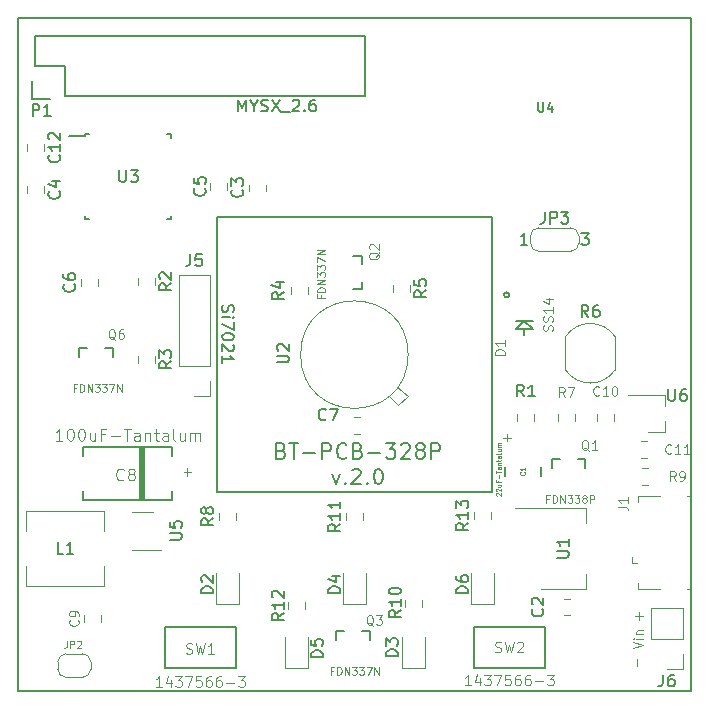
<source format=gbr>
%TF.GenerationSoftware,KiCad,Pcbnew,5.0.2-bee76a0~70~ubuntu18.04.1*%
%TF.CreationDate,2019-09-14T20:18:35+02:00*%
%TF.ProjectId,BT-Pcb-328P,42542d50-6362-42d3-9332-38502e6b6963,2.0*%
%TF.SameCoordinates,Original*%
%TF.FileFunction,Legend,Top*%
%TF.FilePolarity,Positive*%
%FSLAX46Y46*%
G04 Gerber Fmt 4.6, Leading zero omitted, Abs format (unit mm)*
G04 Created by KiCad (PCBNEW 5.0.2-bee76a0~70~ubuntu18.04.1) date sab 14 set 2019 20:18:35 CEST*
%MOMM*%
%LPD*%
G01*
G04 APERTURE LIST*
%ADD10C,0.120000*%
%ADD11C,0.200000*%
%ADD12C,0.150000*%
%ADD13C,0.203200*%
%ADD14C,0.100000*%
%ADD15C,0.127000*%
%ADD16C,0.050000*%
%ADD17C,0.160000*%
G04 APERTURE END LIST*
D10*
X141408142Y-120065761D02*
X141408142Y-119456238D01*
X141712904Y-119761000D02*
X141103380Y-119761000D01*
X168459142Y-117144761D02*
X168459142Y-116535238D01*
X168763904Y-116840000D02*
X168154380Y-116840000D01*
X179635142Y-132257761D02*
X179635142Y-131648238D01*
X179939904Y-131953000D02*
X179330380Y-131953000D01*
X179508142Y-136194761D02*
X179508142Y-135585238D01*
X179139904Y-134677047D02*
X179939904Y-134410380D01*
X179139904Y-134143714D01*
X179939904Y-133877047D02*
X179406571Y-133877047D01*
X179139904Y-133877047D02*
X179178000Y-133915142D01*
X179216095Y-133877047D01*
X179178000Y-133838952D01*
X179139904Y-133877047D01*
X179216095Y-133877047D01*
X179406571Y-133496095D02*
X179939904Y-133496095D01*
X179482761Y-133496095D02*
X179444666Y-133458000D01*
X179406571Y-133381809D01*
X179406571Y-133267523D01*
X179444666Y-133191333D01*
X179520857Y-133153238D01*
X179939904Y-133153238D01*
D11*
X149359952Y-117958142D02*
X149545666Y-118020047D01*
X149607571Y-118081952D01*
X149669476Y-118205761D01*
X149669476Y-118391476D01*
X149607571Y-118515285D01*
X149545666Y-118577190D01*
X149421857Y-118639095D01*
X148926619Y-118639095D01*
X148926619Y-117339095D01*
X149359952Y-117339095D01*
X149483761Y-117401000D01*
X149545666Y-117462904D01*
X149607571Y-117586714D01*
X149607571Y-117710523D01*
X149545666Y-117834333D01*
X149483761Y-117896238D01*
X149359952Y-117958142D01*
X148926619Y-117958142D01*
X150040904Y-117339095D02*
X150783761Y-117339095D01*
X150412333Y-118639095D02*
X150412333Y-117339095D01*
X151217095Y-118143857D02*
X152207571Y-118143857D01*
X152826619Y-118639095D02*
X152826619Y-117339095D01*
X153321857Y-117339095D01*
X153445666Y-117401000D01*
X153507571Y-117462904D01*
X153569476Y-117586714D01*
X153569476Y-117772428D01*
X153507571Y-117896238D01*
X153445666Y-117958142D01*
X153321857Y-118020047D01*
X152826619Y-118020047D01*
X154869476Y-118515285D02*
X154807571Y-118577190D01*
X154621857Y-118639095D01*
X154498047Y-118639095D01*
X154312333Y-118577190D01*
X154188523Y-118453380D01*
X154126619Y-118329571D01*
X154064714Y-118081952D01*
X154064714Y-117896238D01*
X154126619Y-117648619D01*
X154188523Y-117524809D01*
X154312333Y-117401000D01*
X154498047Y-117339095D01*
X154621857Y-117339095D01*
X154807571Y-117401000D01*
X154869476Y-117462904D01*
X155859952Y-117958142D02*
X156045666Y-118020047D01*
X156107571Y-118081952D01*
X156169476Y-118205761D01*
X156169476Y-118391476D01*
X156107571Y-118515285D01*
X156045666Y-118577190D01*
X155921857Y-118639095D01*
X155426619Y-118639095D01*
X155426619Y-117339095D01*
X155859952Y-117339095D01*
X155983761Y-117401000D01*
X156045666Y-117462904D01*
X156107571Y-117586714D01*
X156107571Y-117710523D01*
X156045666Y-117834333D01*
X155983761Y-117896238D01*
X155859952Y-117958142D01*
X155426619Y-117958142D01*
X156726619Y-118143857D02*
X157717095Y-118143857D01*
X158212333Y-117339095D02*
X159017095Y-117339095D01*
X158583761Y-117834333D01*
X158769476Y-117834333D01*
X158893285Y-117896238D01*
X158955190Y-117958142D01*
X159017095Y-118081952D01*
X159017095Y-118391476D01*
X158955190Y-118515285D01*
X158893285Y-118577190D01*
X158769476Y-118639095D01*
X158398047Y-118639095D01*
X158274238Y-118577190D01*
X158212333Y-118515285D01*
X159512333Y-117462904D02*
X159574238Y-117401000D01*
X159698047Y-117339095D01*
X160007571Y-117339095D01*
X160131380Y-117401000D01*
X160193285Y-117462904D01*
X160255190Y-117586714D01*
X160255190Y-117710523D01*
X160193285Y-117896238D01*
X159450428Y-118639095D01*
X160255190Y-118639095D01*
X160998047Y-117896238D02*
X160874238Y-117834333D01*
X160812333Y-117772428D01*
X160750428Y-117648619D01*
X160750428Y-117586714D01*
X160812333Y-117462904D01*
X160874238Y-117401000D01*
X160998047Y-117339095D01*
X161245666Y-117339095D01*
X161369476Y-117401000D01*
X161431380Y-117462904D01*
X161493285Y-117586714D01*
X161493285Y-117648619D01*
X161431380Y-117772428D01*
X161369476Y-117834333D01*
X161245666Y-117896238D01*
X160998047Y-117896238D01*
X160874238Y-117958142D01*
X160812333Y-118020047D01*
X160750428Y-118143857D01*
X160750428Y-118391476D01*
X160812333Y-118515285D01*
X160874238Y-118577190D01*
X160998047Y-118639095D01*
X161245666Y-118639095D01*
X161369476Y-118577190D01*
X161431380Y-118515285D01*
X161493285Y-118391476D01*
X161493285Y-118143857D01*
X161431380Y-118020047D01*
X161369476Y-117958142D01*
X161245666Y-117896238D01*
X162050428Y-118639095D02*
X162050428Y-117339095D01*
X162545666Y-117339095D01*
X162669476Y-117401000D01*
X162731380Y-117462904D01*
X162793285Y-117586714D01*
X162793285Y-117772428D01*
X162731380Y-117896238D01*
X162669476Y-117958142D01*
X162545666Y-118020047D01*
X162050428Y-118020047D01*
X153662333Y-119922428D02*
X153971857Y-120789095D01*
X154281380Y-119922428D01*
X154776619Y-120665285D02*
X154838523Y-120727190D01*
X154776619Y-120789095D01*
X154714714Y-120727190D01*
X154776619Y-120665285D01*
X154776619Y-120789095D01*
X155333761Y-119612904D02*
X155395666Y-119551000D01*
X155519476Y-119489095D01*
X155829000Y-119489095D01*
X155952809Y-119551000D01*
X156014714Y-119612904D01*
X156076619Y-119736714D01*
X156076619Y-119860523D01*
X156014714Y-120046238D01*
X155271857Y-120789095D01*
X156076619Y-120789095D01*
X156633761Y-120665285D02*
X156695666Y-120727190D01*
X156633761Y-120789095D01*
X156571857Y-120727190D01*
X156633761Y-120665285D01*
X156633761Y-120789095D01*
X157500428Y-119489095D02*
X157624238Y-119489095D01*
X157748047Y-119551000D01*
X157809952Y-119612904D01*
X157871857Y-119736714D01*
X157933761Y-119984333D01*
X157933761Y-120293857D01*
X157871857Y-120541476D01*
X157809952Y-120665285D01*
X157748047Y-120727190D01*
X157624238Y-120789095D01*
X157500428Y-120789095D01*
X157376619Y-120727190D01*
X157314714Y-120665285D01*
X157252809Y-120541476D01*
X157190904Y-120293857D01*
X157190904Y-119984333D01*
X157252809Y-119736714D01*
X157314714Y-119612904D01*
X157376619Y-119551000D01*
X157500428Y-119489095D01*
D12*
X144375238Y-105648428D02*
X144327619Y-105791285D01*
X144327619Y-106029380D01*
X144375238Y-106124619D01*
X144422857Y-106172238D01*
X144518095Y-106219857D01*
X144613333Y-106219857D01*
X144708571Y-106172238D01*
X144756190Y-106124619D01*
X144803809Y-106029380D01*
X144851428Y-105838904D01*
X144899047Y-105743666D01*
X144946666Y-105696047D01*
X145041904Y-105648428D01*
X145137142Y-105648428D01*
X145232380Y-105696047D01*
X145280000Y-105743666D01*
X145327619Y-105838904D01*
X145327619Y-106077000D01*
X145280000Y-106219857D01*
X144327619Y-106648428D02*
X144994285Y-106648428D01*
X145327619Y-106648428D02*
X145280000Y-106600809D01*
X145232380Y-106648428D01*
X145280000Y-106696047D01*
X145327619Y-106648428D01*
X145232380Y-106648428D01*
X145327619Y-107029380D02*
X145327619Y-107696047D01*
X144327619Y-107267476D01*
X145327619Y-108267476D02*
X145327619Y-108362714D01*
X145280000Y-108457952D01*
X145232380Y-108505571D01*
X145137142Y-108553190D01*
X144946666Y-108600809D01*
X144708571Y-108600809D01*
X144518095Y-108553190D01*
X144422857Y-108505571D01*
X144375238Y-108457952D01*
X144327619Y-108362714D01*
X144327619Y-108267476D01*
X144375238Y-108172238D01*
X144422857Y-108124619D01*
X144518095Y-108077000D01*
X144708571Y-108029380D01*
X144946666Y-108029380D01*
X145137142Y-108077000D01*
X145232380Y-108124619D01*
X145280000Y-108172238D01*
X145327619Y-108267476D01*
X145232380Y-108981761D02*
X145280000Y-109029380D01*
X145327619Y-109124619D01*
X145327619Y-109362714D01*
X145280000Y-109457952D01*
X145232380Y-109505571D01*
X145137142Y-109553190D01*
X145041904Y-109553190D01*
X144899047Y-109505571D01*
X144327619Y-108934142D01*
X144327619Y-109553190D01*
X144327619Y-110505571D02*
X144327619Y-109934142D01*
X144327619Y-110219857D02*
X145327619Y-110219857D01*
X145184761Y-110124619D01*
X145089523Y-110029380D01*
X145041904Y-109934142D01*
D11*
X167190000Y-98170000D02*
X167190000Y-121470000D01*
X143890000Y-121470000D02*
X143890000Y-98170000D01*
X143890000Y-121470000D02*
X167190000Y-121470000D01*
X143890000Y-98170000D02*
X167190000Y-98170000D01*
D12*
X184040000Y-138320000D02*
X184040000Y-81320000D01*
X127040000Y-138320000D02*
X127040000Y-81320000D01*
X127040000Y-138320000D02*
X184040000Y-138320000D01*
X127040000Y-81320000D02*
X184040000Y-81320000D01*
D13*
X154025600Y-134010400D02*
X154025600Y-133197600D01*
X154025600Y-133197600D02*
X154684400Y-133197600D01*
X156870400Y-133197600D02*
X156870400Y-134010400D01*
X156211600Y-133197600D02*
X156870400Y-133197600D01*
D14*
X160091099Y-109820000D02*
G75*
G03X160091099Y-109820000I-4551099J0D01*
G01*
X159240000Y-114120000D02*
X158440000Y-113320000D01*
X160040000Y-113320000D02*
X159240000Y-114120000D01*
X159140000Y-112520000D02*
X160040000Y-113320000D01*
D10*
X173301922Y-130481000D02*
X173819078Y-130481000D01*
X173301922Y-131901000D02*
X173819078Y-131901000D01*
D12*
X131064000Y-87884000D02*
X156464000Y-87884000D01*
X156464000Y-87884000D02*
X156464000Y-82804000D01*
X156464000Y-82804000D02*
X128524000Y-82804000D01*
X128524000Y-82804000D02*
X128524000Y-85344000D01*
X128244000Y-86614000D02*
X128244000Y-88164000D01*
X128524000Y-85344000D02*
X131064000Y-85344000D01*
X131064000Y-85344000D02*
X131064000Y-87884000D01*
X128244000Y-88164000D02*
X129794000Y-88164000D01*
D13*
X132247600Y-110050400D02*
X132247600Y-109237600D01*
X132247600Y-109237600D02*
X132906400Y-109237600D01*
X135092400Y-109237600D02*
X135092400Y-110050400D01*
X134433600Y-109237600D02*
X135092400Y-109237600D01*
D10*
X138632000Y-109977422D02*
X138632000Y-110494578D01*
X137212000Y-109977422D02*
X137212000Y-110494578D01*
X183321000Y-131258000D02*
X180661000Y-131258000D01*
X183321000Y-133858000D02*
X183321000Y-131258000D01*
X180661000Y-133858000D02*
X180661000Y-131258000D01*
X183321000Y-133858000D02*
X180661000Y-133858000D01*
X183321000Y-135128000D02*
X183321000Y-136458000D01*
X183321000Y-136458000D02*
X181991000Y-136458000D01*
X129234000Y-92021922D02*
X129234000Y-92539078D01*
X127814000Y-92021922D02*
X127814000Y-92539078D01*
D15*
X168649610Y-104760000D02*
G75*
G03X168649610Y-104760000I-223610J0D01*
G01*
X169226000Y-106960000D02*
X169926000Y-106960000D01*
X169926000Y-106960000D02*
X170626000Y-106960000D01*
X169926000Y-106960000D02*
X169226000Y-107660000D01*
X169926000Y-106960000D02*
X170626000Y-107660000D01*
X170626000Y-107660000D02*
X169926000Y-107660000D01*
X169926000Y-107660000D02*
X169226000Y-107660000D01*
X169926000Y-107660000D02*
X169926000Y-108133000D01*
X140096000Y-121388000D02*
X140096000Y-122138000D01*
X140096000Y-122138000D02*
X132596000Y-122138000D01*
X132596000Y-122138000D02*
X132596000Y-121388000D01*
X140096000Y-118388000D02*
X140096000Y-117638000D01*
X140096000Y-117638000D02*
X132596000Y-117638000D01*
X132596000Y-117638000D02*
X132596000Y-118388000D01*
D12*
G36*
X137848490Y-122138000D02*
X137346000Y-122138000D01*
X137346000Y-117634260D01*
X137848490Y-117634260D01*
X137848490Y-122138000D01*
G37*
D15*
X145494000Y-132870000D02*
X139494000Y-132870000D01*
X145494000Y-136370000D02*
X145494000Y-132870000D01*
X139494000Y-136370000D02*
X145494000Y-136370000D01*
X139494000Y-132870000D02*
X139494000Y-136370000D01*
X171656000Y-136370000D02*
X171656000Y-132870000D01*
X171656000Y-132870000D02*
X165656000Y-132870000D01*
X165656000Y-132870000D02*
X165656000Y-136370000D01*
X165656000Y-136370000D02*
X171656000Y-136370000D01*
X171299000Y-119338000D02*
X171299000Y-120078000D01*
X168299000Y-119338000D02*
X168299000Y-120078000D01*
D10*
X180344578Y-117146000D02*
X179827422Y-117146000D01*
X180344578Y-118566000D02*
X179827422Y-118566000D01*
X132640000Y-132417078D02*
X132640000Y-131899922D01*
X134060000Y-132417078D02*
X134060000Y-131899922D01*
X155521922Y-116534000D02*
X156039078Y-116534000D01*
X155521922Y-115114000D02*
X156039078Y-115114000D01*
X132386000Y-103969078D02*
X132386000Y-103451922D01*
X133806000Y-103969078D02*
X133806000Y-103451922D01*
X143308000Y-95323922D02*
X143308000Y-95841078D01*
X144728000Y-95323922D02*
X144728000Y-95841078D01*
X129234000Y-95577922D02*
X129234000Y-96095078D01*
X127814000Y-95577922D02*
X127814000Y-96095078D01*
X148030000Y-95938078D02*
X148030000Y-95420922D01*
X146610000Y-95938078D02*
X146610000Y-95420922D01*
X176074000Y-115399078D02*
X176074000Y-114881922D01*
X177494000Y-115399078D02*
X177494000Y-114881922D01*
X143316000Y-103064000D02*
X140656000Y-103064000D01*
X143316000Y-110744000D02*
X143316000Y-103064000D01*
X140656000Y-110744000D02*
X140656000Y-103064000D01*
X143316000Y-110744000D02*
X140656000Y-110744000D01*
X143316000Y-112014000D02*
X143316000Y-113344000D01*
X143316000Y-113344000D02*
X141986000Y-113344000D01*
X179593500Y-129630000D02*
X179593500Y-129180000D01*
X181443500Y-129630000D02*
X179593500Y-129630000D01*
X183993500Y-121830000D02*
X183743500Y-121830000D01*
X183993500Y-129630000D02*
X183743500Y-129630000D01*
X181443500Y-121830000D02*
X179593500Y-121830000D01*
X179593500Y-121830000D02*
X179593500Y-122280000D01*
X179043500Y-127430000D02*
X179043500Y-126980000D01*
X179043500Y-127430000D02*
X179493500Y-127430000D01*
D13*
X155387600Y-101447600D02*
X156200400Y-101447600D01*
X156200400Y-101447600D02*
X156200400Y-102106400D01*
X156200400Y-104292400D02*
X155387600Y-104292400D01*
X156200400Y-103633600D02*
X156200400Y-104292400D01*
X172252600Y-119448400D02*
X172252600Y-118635600D01*
X172252600Y-118635600D02*
X172911400Y-118635600D01*
X175097400Y-118635600D02*
X175097400Y-119448400D01*
X174438600Y-118635600D02*
X175097400Y-118635600D01*
D10*
X134364000Y-127738000D02*
X134364000Y-129438000D01*
X134364000Y-129438000D02*
X127764000Y-129438000D01*
X127764000Y-129438000D02*
X127764000Y-127738000D01*
X127764000Y-124738000D02*
X127764000Y-123038000D01*
X127764000Y-123038000D02*
X134364000Y-123038000D01*
X134364000Y-123038000D02*
X134364000Y-124738000D01*
X132526000Y-135144000D02*
G75*
G02X133226000Y-135844000I0J-700000D01*
G01*
X133226000Y-136444000D02*
G75*
G02X132526000Y-137144000I-700000J0D01*
G01*
X131126000Y-137144000D02*
G75*
G02X130426000Y-136444000I0J700000D01*
G01*
X130426000Y-135844000D02*
G75*
G02X131126000Y-135144000I700000J0D01*
G01*
X130426000Y-136444000D02*
X130426000Y-135844000D01*
X132526000Y-137144000D02*
X131126000Y-137144000D01*
X133226000Y-135844000D02*
X133226000Y-136444000D01*
X131126000Y-135144000D02*
X132526000Y-135144000D01*
X170446000Y-100376000D02*
X170446000Y-99776000D01*
X173896000Y-101076000D02*
X171096000Y-101076000D01*
X174546000Y-99776000D02*
X174546000Y-100376000D01*
X171096000Y-99076000D02*
X173896000Y-99076000D01*
X173846000Y-99076000D02*
G75*
G02X174546000Y-99776000I0J-700000D01*
G01*
X174546000Y-100376000D02*
G75*
G02X173846000Y-101076000I-700000J0D01*
G01*
X171146000Y-101076000D02*
G75*
G02X170446000Y-100376000I0J700000D01*
G01*
X170446000Y-99776000D02*
G75*
G02X171146000Y-99076000I700000J0D01*
G01*
X159568000Y-133698500D02*
X159568000Y-136383500D01*
X159568000Y-136383500D02*
X161488000Y-136383500D01*
X161488000Y-136383500D02*
X161488000Y-133698500D01*
X156500000Y-130971000D02*
X156500000Y-128286000D01*
X154580000Y-130971000D02*
X156500000Y-130971000D01*
X154580000Y-128286000D02*
X154580000Y-130971000D01*
X143820000Y-128286000D02*
X143820000Y-130971000D01*
X143820000Y-130971000D02*
X145740000Y-130971000D01*
X145740000Y-130971000D02*
X145740000Y-128286000D01*
X151582000Y-136383500D02*
X151582000Y-133698500D01*
X149662000Y-136383500D02*
X151582000Y-136383500D01*
X149662000Y-133698500D02*
X149662000Y-136383500D01*
X165410000Y-128286000D02*
X165410000Y-130971000D01*
X165410000Y-130971000D02*
X167330000Y-130971000D01*
X167330000Y-130971000D02*
X167330000Y-128286000D01*
X173414000Y-108304000D02*
X173414000Y-111104000D01*
X177614000Y-108304000D02*
X177614000Y-111104000D01*
X173404758Y-111090037D02*
G75*
G03X177614000Y-111104000I2109242J1386037D01*
G01*
X177623242Y-108317963D02*
G75*
G03X173414000Y-108304000I-2109242J-1386037D01*
G01*
D12*
X132773000Y-91117000D02*
X132773000Y-91342000D01*
X140023000Y-91117000D02*
X140023000Y-91442000D01*
X140023000Y-98367000D02*
X140023000Y-98042000D01*
X132773000Y-98367000D02*
X132773000Y-98042000D01*
X132773000Y-91117000D02*
X133098000Y-91117000D01*
X132773000Y-98367000D02*
X133098000Y-98367000D01*
X140023000Y-98367000D02*
X139698000Y-98367000D01*
X140023000Y-91117000D02*
X139698000Y-91117000D01*
X132773000Y-91342000D02*
X131348000Y-91342000D01*
D10*
X175138000Y-129648000D02*
X175138000Y-128388000D01*
X175138000Y-122828000D02*
X175138000Y-124088000D01*
X171378000Y-129648000D02*
X175138000Y-129648000D01*
X169128000Y-122828000D02*
X175138000Y-122828000D01*
X138484000Y-123104000D02*
X136684000Y-123104000D01*
X136684000Y-126324000D02*
X139134000Y-126324000D01*
X181862000Y-116388000D02*
X181862000Y-115458000D01*
X181862000Y-113228000D02*
X181862000Y-114158000D01*
X181862000Y-113228000D02*
X178702000Y-113228000D01*
X181862000Y-116388000D02*
X180402000Y-116388000D01*
X154830000Y-123781078D02*
X154830000Y-123263922D01*
X156250000Y-123781078D02*
X156250000Y-123263922D01*
X150166000Y-104135422D02*
X150166000Y-104652578D01*
X151586000Y-104135422D02*
X151586000Y-104652578D01*
X137212000Y-103373422D02*
X137212000Y-103890578D01*
X138632000Y-103373422D02*
X138632000Y-103890578D01*
X170763000Y-114881922D02*
X170763000Y-115399078D01*
X169343000Y-114881922D02*
X169343000Y-115399078D01*
X158802000Y-103959922D02*
X158802000Y-104477078D01*
X160222000Y-103959922D02*
X160222000Y-104477078D01*
X174192000Y-114881922D02*
X174192000Y-115399078D01*
X172772000Y-114881922D02*
X172772000Y-115399078D01*
X145490000Y-123781078D02*
X145490000Y-123263922D01*
X144070000Y-123781078D02*
X144070000Y-123263922D01*
X159818000Y-131147078D02*
X159818000Y-130629922D01*
X161238000Y-131147078D02*
X161238000Y-130629922D01*
X151332000Y-131322578D02*
X151332000Y-130805422D01*
X149912000Y-131322578D02*
X149912000Y-130805422D01*
X167080000Y-123702578D02*
X167080000Y-123185422D01*
X165660000Y-123702578D02*
X165660000Y-123185422D01*
X180423078Y-120852000D02*
X179905922Y-120852000D01*
X180423078Y-119432000D02*
X179905922Y-119432000D01*
D16*
X157149780Y-132772263D02*
X157073560Y-132734153D01*
X156997340Y-132657933D01*
X156883011Y-132543604D01*
X156806791Y-132505494D01*
X156730571Y-132505494D01*
X156768681Y-132696043D02*
X156692462Y-132657933D01*
X156616242Y-132581714D01*
X156578132Y-132429274D01*
X156578132Y-132162505D01*
X156616242Y-132010066D01*
X156692462Y-131933846D01*
X156768681Y-131895736D01*
X156921121Y-131895736D01*
X156997340Y-131933846D01*
X157073560Y-132010066D01*
X157111670Y-132162505D01*
X157111670Y-132429274D01*
X157073560Y-132581714D01*
X156997340Y-132657933D01*
X156921121Y-132696043D01*
X156768681Y-132696043D01*
X157378439Y-131895736D02*
X157873867Y-131895736D01*
X157607098Y-132200615D01*
X157721428Y-132200615D01*
X157797647Y-132238725D01*
X157835757Y-132276835D01*
X157873867Y-132353054D01*
X157873867Y-132543604D01*
X157835757Y-132619823D01*
X157797647Y-132657933D01*
X157721428Y-132696043D01*
X157492769Y-132696043D01*
X157416549Y-132657933D01*
X157378439Y-132619823D01*
X153759232Y-136584819D02*
X153545591Y-136584819D01*
X153545591Y-136920542D02*
X153545591Y-136279617D01*
X153850793Y-136279617D01*
X154094955Y-136920542D02*
X154094955Y-136279617D01*
X154247556Y-136279617D01*
X154339117Y-136310137D01*
X154400157Y-136371177D01*
X154430678Y-136432218D01*
X154461198Y-136554299D01*
X154461198Y-136645860D01*
X154430678Y-136767941D01*
X154400157Y-136828981D01*
X154339117Y-136890022D01*
X154247556Y-136920542D01*
X154094955Y-136920542D01*
X154735880Y-136920542D02*
X154735880Y-136279617D01*
X155102123Y-136920542D01*
X155102123Y-136279617D01*
X155346285Y-136279617D02*
X155743048Y-136279617D01*
X155529406Y-136523779D01*
X155620967Y-136523779D01*
X155682007Y-136554299D01*
X155712528Y-136584819D01*
X155743048Y-136645860D01*
X155743048Y-136798461D01*
X155712528Y-136859501D01*
X155682007Y-136890022D01*
X155620967Y-136920542D01*
X155437845Y-136920542D01*
X155376805Y-136890022D01*
X155346285Y-136859501D01*
X155956689Y-136279617D02*
X156353453Y-136279617D01*
X156139811Y-136523779D01*
X156231372Y-136523779D01*
X156292412Y-136554299D01*
X156322932Y-136584819D01*
X156353453Y-136645860D01*
X156353453Y-136798461D01*
X156322932Y-136859501D01*
X156292412Y-136890022D01*
X156231372Y-136920542D01*
X156048250Y-136920542D01*
X155987210Y-136890022D01*
X155956689Y-136859501D01*
X156567094Y-136279617D02*
X156994378Y-136279617D01*
X156719695Y-136920542D01*
X157238539Y-136920542D02*
X157238539Y-136279617D01*
X157604782Y-136920542D01*
X157604782Y-136279617D01*
D12*
X148992380Y-110481904D02*
X149801904Y-110481904D01*
X149897142Y-110434285D01*
X149944761Y-110386666D01*
X149992380Y-110291428D01*
X149992380Y-110100952D01*
X149944761Y-110005714D01*
X149897142Y-109958095D01*
X149801904Y-109910476D01*
X148992380Y-109910476D01*
X149087619Y-109481904D02*
X149040000Y-109434285D01*
X148992380Y-109339047D01*
X148992380Y-109100952D01*
X149040000Y-109005714D01*
X149087619Y-108958095D01*
X149182857Y-108910476D01*
X149278095Y-108910476D01*
X149420952Y-108958095D01*
X149992380Y-109529523D01*
X149992380Y-108910476D01*
X171456142Y-131357666D02*
X171503761Y-131405285D01*
X171551380Y-131548142D01*
X171551380Y-131643380D01*
X171503761Y-131786238D01*
X171408523Y-131881476D01*
X171313285Y-131929095D01*
X171122809Y-131976714D01*
X170979952Y-131976714D01*
X170789476Y-131929095D01*
X170694238Y-131881476D01*
X170599000Y-131786238D01*
X170551380Y-131643380D01*
X170551380Y-131548142D01*
X170599000Y-131405285D01*
X170646619Y-131357666D01*
X170646619Y-130976714D02*
X170599000Y-130929095D01*
X170551380Y-130833857D01*
X170551380Y-130595761D01*
X170599000Y-130500523D01*
X170646619Y-130452904D01*
X170741857Y-130405285D01*
X170837095Y-130405285D01*
X170979952Y-130452904D01*
X171551380Y-131024333D01*
X171551380Y-130405285D01*
X128293904Y-89606380D02*
X128293904Y-88606380D01*
X128674857Y-88606380D01*
X128770095Y-88654000D01*
X128817714Y-88701619D01*
X128865333Y-88796857D01*
X128865333Y-88939714D01*
X128817714Y-89034952D01*
X128770095Y-89082571D01*
X128674857Y-89130190D01*
X128293904Y-89130190D01*
X129817714Y-89606380D02*
X129246285Y-89606380D01*
X129532000Y-89606380D02*
X129532000Y-88606380D01*
X129436761Y-88749238D01*
X129341523Y-88844476D01*
X129246285Y-88892095D01*
X145685285Y-89225380D02*
X145685285Y-88225380D01*
X146018619Y-88939666D01*
X146351952Y-88225380D01*
X146351952Y-89225380D01*
X147018619Y-88749190D02*
X147018619Y-89225380D01*
X146685285Y-88225380D02*
X147018619Y-88749190D01*
X147351952Y-88225380D01*
X147637666Y-89177761D02*
X147780523Y-89225380D01*
X148018619Y-89225380D01*
X148113857Y-89177761D01*
X148161476Y-89130142D01*
X148209095Y-89034904D01*
X148209095Y-88939666D01*
X148161476Y-88844428D01*
X148113857Y-88796809D01*
X148018619Y-88749190D01*
X147828142Y-88701571D01*
X147732904Y-88653952D01*
X147685285Y-88606333D01*
X147637666Y-88511095D01*
X147637666Y-88415857D01*
X147685285Y-88320619D01*
X147732904Y-88273000D01*
X147828142Y-88225380D01*
X148066238Y-88225380D01*
X148209095Y-88273000D01*
X148542428Y-88225380D02*
X149209095Y-89225380D01*
X149209095Y-88225380D02*
X148542428Y-89225380D01*
X149351952Y-89320619D02*
X150113857Y-89320619D01*
X150304333Y-88320619D02*
X150351952Y-88273000D01*
X150447190Y-88225380D01*
X150685285Y-88225380D01*
X150780523Y-88273000D01*
X150828142Y-88320619D01*
X150875761Y-88415857D01*
X150875761Y-88511095D01*
X150828142Y-88653952D01*
X150256714Y-89225380D01*
X150875761Y-89225380D01*
X151304333Y-89130142D02*
X151351952Y-89177761D01*
X151304333Y-89225380D01*
X151256714Y-89177761D01*
X151304333Y-89130142D01*
X151304333Y-89225380D01*
X152209095Y-88225380D02*
X152018619Y-88225380D01*
X151923380Y-88273000D01*
X151875761Y-88320619D01*
X151780523Y-88463476D01*
X151732904Y-88653952D01*
X151732904Y-89034904D01*
X151780523Y-89130142D01*
X151828142Y-89177761D01*
X151923380Y-89225380D01*
X152113857Y-89225380D01*
X152209095Y-89177761D01*
X152256714Y-89130142D01*
X152304333Y-89034904D01*
X152304333Y-88796809D01*
X152256714Y-88701571D01*
X152209095Y-88653952D01*
X152113857Y-88606333D01*
X151923380Y-88606333D01*
X151828142Y-88653952D01*
X151780523Y-88701571D01*
X151732904Y-88796809D01*
D16*
X135305780Y-108557583D02*
X135229560Y-108519473D01*
X135153340Y-108443253D01*
X135039011Y-108328924D01*
X134962791Y-108290814D01*
X134886571Y-108290814D01*
X134924681Y-108481363D02*
X134848462Y-108443253D01*
X134772242Y-108367034D01*
X134734132Y-108214594D01*
X134734132Y-107947825D01*
X134772242Y-107795386D01*
X134848462Y-107719166D01*
X134924681Y-107681056D01*
X135077121Y-107681056D01*
X135153340Y-107719166D01*
X135229560Y-107795386D01*
X135267670Y-107947825D01*
X135267670Y-108214594D01*
X135229560Y-108367034D01*
X135153340Y-108443253D01*
X135077121Y-108481363D01*
X134924681Y-108481363D01*
X135953647Y-107681056D02*
X135801208Y-107681056D01*
X135724988Y-107719166D01*
X135686878Y-107757276D01*
X135610659Y-107871605D01*
X135572549Y-108024045D01*
X135572549Y-108328924D01*
X135610659Y-108405143D01*
X135648769Y-108443253D01*
X135724988Y-108481363D01*
X135877428Y-108481363D01*
X135953647Y-108443253D01*
X135991757Y-108405143D01*
X136029867Y-108328924D01*
X136029867Y-108138374D01*
X135991757Y-108062155D01*
X135953647Y-108024045D01*
X135877428Y-107985935D01*
X135724988Y-107985935D01*
X135648769Y-108024045D01*
X135610659Y-108062155D01*
X135572549Y-108138374D01*
X131981232Y-112624819D02*
X131767591Y-112624819D01*
X131767591Y-112960542D02*
X131767591Y-112319617D01*
X132072793Y-112319617D01*
X132316955Y-112960542D02*
X132316955Y-112319617D01*
X132469556Y-112319617D01*
X132561117Y-112350137D01*
X132622157Y-112411177D01*
X132652678Y-112472218D01*
X132683198Y-112594299D01*
X132683198Y-112685860D01*
X132652678Y-112807941D01*
X132622157Y-112868981D01*
X132561117Y-112930022D01*
X132469556Y-112960542D01*
X132316955Y-112960542D01*
X132957880Y-112960542D02*
X132957880Y-112319617D01*
X133324123Y-112960542D01*
X133324123Y-112319617D01*
X133568285Y-112319617D02*
X133965048Y-112319617D01*
X133751406Y-112563779D01*
X133842967Y-112563779D01*
X133904007Y-112594299D01*
X133934528Y-112624819D01*
X133965048Y-112685860D01*
X133965048Y-112838461D01*
X133934528Y-112899501D01*
X133904007Y-112930022D01*
X133842967Y-112960542D01*
X133659845Y-112960542D01*
X133598805Y-112930022D01*
X133568285Y-112899501D01*
X134178689Y-112319617D02*
X134575453Y-112319617D01*
X134361811Y-112563779D01*
X134453372Y-112563779D01*
X134514412Y-112594299D01*
X134544932Y-112624819D01*
X134575453Y-112685860D01*
X134575453Y-112838461D01*
X134544932Y-112899501D01*
X134514412Y-112930022D01*
X134453372Y-112960542D01*
X134270250Y-112960542D01*
X134209210Y-112930022D01*
X134178689Y-112899501D01*
X134789094Y-112319617D02*
X135216378Y-112319617D01*
X134941695Y-112960542D01*
X135460539Y-112960542D02*
X135460539Y-112319617D01*
X135826782Y-112960542D01*
X135826782Y-112319617D01*
D12*
X140024380Y-110402666D02*
X139548190Y-110736000D01*
X140024380Y-110974095D02*
X139024380Y-110974095D01*
X139024380Y-110593142D01*
X139072000Y-110497904D01*
X139119619Y-110450285D01*
X139214857Y-110402666D01*
X139357714Y-110402666D01*
X139452952Y-110450285D01*
X139500571Y-110497904D01*
X139548190Y-110593142D01*
X139548190Y-110974095D01*
X139024380Y-110069333D02*
X139024380Y-109450285D01*
X139405333Y-109783619D01*
X139405333Y-109640761D01*
X139452952Y-109545523D01*
X139500571Y-109497904D01*
X139595809Y-109450285D01*
X139833904Y-109450285D01*
X139929142Y-109497904D01*
X139976761Y-109545523D01*
X140024380Y-109640761D01*
X140024380Y-109926476D01*
X139976761Y-110021714D01*
X139929142Y-110069333D01*
X181657666Y-136910380D02*
X181657666Y-137624666D01*
X181610047Y-137767523D01*
X181514809Y-137862761D01*
X181371952Y-137910380D01*
X181276714Y-137910380D01*
X182562428Y-136910380D02*
X182371952Y-136910380D01*
X182276714Y-136958000D01*
X182229095Y-137005619D01*
X182133857Y-137148476D01*
X182086238Y-137338952D01*
X182086238Y-137719904D01*
X182133857Y-137815142D01*
X182181476Y-137862761D01*
X182276714Y-137910380D01*
X182467190Y-137910380D01*
X182562428Y-137862761D01*
X182610047Y-137815142D01*
X182657666Y-137719904D01*
X182657666Y-137481809D01*
X182610047Y-137386571D01*
X182562428Y-137338952D01*
X182467190Y-137291333D01*
X182276714Y-137291333D01*
X182181476Y-137338952D01*
X182133857Y-137386571D01*
X182086238Y-137481809D01*
X130531142Y-92923357D02*
X130578761Y-92970976D01*
X130626380Y-93113833D01*
X130626380Y-93209071D01*
X130578761Y-93351928D01*
X130483523Y-93447166D01*
X130388285Y-93494785D01*
X130197809Y-93542404D01*
X130054952Y-93542404D01*
X129864476Y-93494785D01*
X129769238Y-93447166D01*
X129674000Y-93351928D01*
X129626380Y-93209071D01*
X129626380Y-93113833D01*
X129674000Y-92970976D01*
X129721619Y-92923357D01*
X130626380Y-91970976D02*
X130626380Y-92542404D01*
X130626380Y-92256690D02*
X129626380Y-92256690D01*
X129769238Y-92351928D01*
X129864476Y-92447166D01*
X129912095Y-92542404D01*
X129721619Y-91590023D02*
X129674000Y-91542404D01*
X129626380Y-91447166D01*
X129626380Y-91209071D01*
X129674000Y-91113833D01*
X129721619Y-91066214D01*
X129816857Y-91018595D01*
X129912095Y-91018595D01*
X130054952Y-91066214D01*
X130626380Y-91637642D01*
X130626380Y-91018595D01*
D10*
X168255904Y-109810476D02*
X167455904Y-109810476D01*
X167455904Y-109620000D01*
X167494000Y-109505714D01*
X167570190Y-109429523D01*
X167646380Y-109391428D01*
X167798761Y-109353333D01*
X167913047Y-109353333D01*
X168065428Y-109391428D01*
X168141619Y-109429523D01*
X168217809Y-109505714D01*
X168255904Y-109620000D01*
X168255904Y-109810476D01*
X168255904Y-108591428D02*
X168255904Y-109048571D01*
X168255904Y-108820000D02*
X167455904Y-108820000D01*
X167570190Y-108896190D01*
X167646380Y-108972380D01*
X167684476Y-109048571D01*
X172281809Y-107797428D02*
X172319904Y-107683142D01*
X172319904Y-107492666D01*
X172281809Y-107416476D01*
X172243714Y-107378380D01*
X172167523Y-107340285D01*
X172091333Y-107340285D01*
X172015142Y-107378380D01*
X171977047Y-107416476D01*
X171938952Y-107492666D01*
X171900857Y-107645047D01*
X171862761Y-107721238D01*
X171824666Y-107759333D01*
X171748476Y-107797428D01*
X171672285Y-107797428D01*
X171596095Y-107759333D01*
X171558000Y-107721238D01*
X171519904Y-107645047D01*
X171519904Y-107454571D01*
X171558000Y-107340285D01*
X172281809Y-107035523D02*
X172319904Y-106921238D01*
X172319904Y-106730761D01*
X172281809Y-106654571D01*
X172243714Y-106616476D01*
X172167523Y-106578380D01*
X172091333Y-106578380D01*
X172015142Y-106616476D01*
X171977047Y-106654571D01*
X171938952Y-106730761D01*
X171900857Y-106883142D01*
X171862761Y-106959333D01*
X171824666Y-106997428D01*
X171748476Y-107035523D01*
X171672285Y-107035523D01*
X171596095Y-106997428D01*
X171558000Y-106959333D01*
X171519904Y-106883142D01*
X171519904Y-106692666D01*
X171558000Y-106578380D01*
X172319904Y-105816476D02*
X172319904Y-106273619D01*
X172319904Y-106045047D02*
X171519904Y-106045047D01*
X171634190Y-106121238D01*
X171710380Y-106197428D01*
X171748476Y-106273619D01*
X171786571Y-105130761D02*
X172319904Y-105130761D01*
X171481809Y-105321238D02*
X172053238Y-105511714D01*
X172053238Y-105016476D01*
D16*
X136000243Y-120372335D02*
X135952598Y-120419980D01*
X135809664Y-120467625D01*
X135714374Y-120467625D01*
X135571440Y-120419980D01*
X135476150Y-120324690D01*
X135428506Y-120229401D01*
X135380861Y-120038822D01*
X135380861Y-119895888D01*
X135428506Y-119705309D01*
X135476150Y-119610019D01*
X135571440Y-119514730D01*
X135714374Y-119467085D01*
X135809664Y-119467085D01*
X135952598Y-119514730D01*
X136000243Y-119562374D01*
X136571980Y-119895888D02*
X136476690Y-119848243D01*
X136429046Y-119800598D01*
X136381401Y-119705309D01*
X136381401Y-119657664D01*
X136429046Y-119562374D01*
X136476690Y-119514730D01*
X136571980Y-119467085D01*
X136762559Y-119467085D01*
X136857849Y-119514730D01*
X136905493Y-119562374D01*
X136953138Y-119657664D01*
X136953138Y-119705309D01*
X136905493Y-119800598D01*
X136857849Y-119848243D01*
X136762559Y-119895888D01*
X136571980Y-119895888D01*
X136476690Y-119943532D01*
X136429046Y-119991177D01*
X136381401Y-120086467D01*
X136381401Y-120277046D01*
X136429046Y-120372335D01*
X136476690Y-120419980D01*
X136571980Y-120467625D01*
X136762559Y-120467625D01*
X136857849Y-120419980D01*
X136905493Y-120372335D01*
X136953138Y-120277046D01*
X136953138Y-120086467D01*
X136905493Y-119991177D01*
X136857849Y-119943532D01*
X136762559Y-119895888D01*
X130821612Y-117095913D02*
X130249675Y-117095913D01*
X130535644Y-117095913D02*
X130535644Y-116095023D01*
X130440321Y-116238007D01*
X130344998Y-116333330D01*
X130249675Y-116380992D01*
X131441211Y-116095023D02*
X131536534Y-116095023D01*
X131631857Y-116142685D01*
X131679518Y-116190346D01*
X131727180Y-116285669D01*
X131774841Y-116476315D01*
X131774841Y-116714622D01*
X131727180Y-116905267D01*
X131679518Y-117000590D01*
X131631857Y-117048252D01*
X131536534Y-117095913D01*
X131441211Y-117095913D01*
X131345888Y-117048252D01*
X131298227Y-117000590D01*
X131250565Y-116905267D01*
X131202904Y-116714622D01*
X131202904Y-116476315D01*
X131250565Y-116285669D01*
X131298227Y-116190346D01*
X131345888Y-116142685D01*
X131441211Y-116095023D01*
X132394440Y-116095023D02*
X132489762Y-116095023D01*
X132585085Y-116142685D01*
X132632747Y-116190346D01*
X132680408Y-116285669D01*
X132728070Y-116476315D01*
X132728070Y-116714622D01*
X132680408Y-116905267D01*
X132632747Y-117000590D01*
X132585085Y-117048252D01*
X132489762Y-117095913D01*
X132394440Y-117095913D01*
X132299117Y-117048252D01*
X132251455Y-117000590D01*
X132203794Y-116905267D01*
X132156132Y-116714622D01*
X132156132Y-116476315D01*
X132203794Y-116285669D01*
X132251455Y-116190346D01*
X132299117Y-116142685D01*
X132394440Y-116095023D01*
X133585975Y-116428653D02*
X133585975Y-117095913D01*
X133157022Y-116428653D02*
X133157022Y-116952929D01*
X133204684Y-117048252D01*
X133300007Y-117095913D01*
X133442991Y-117095913D01*
X133538314Y-117048252D01*
X133585975Y-117000590D01*
X134396220Y-116571637D02*
X134062590Y-116571637D01*
X134062590Y-117095913D02*
X134062590Y-116095023D01*
X134539204Y-116095023D01*
X134920495Y-116714622D02*
X135683078Y-116714622D01*
X136016708Y-116095023D02*
X136588645Y-116095023D01*
X136302677Y-117095913D02*
X136302677Y-116095023D01*
X137351228Y-117095913D02*
X137351228Y-116571637D01*
X137303567Y-116476315D01*
X137208244Y-116428653D01*
X137017598Y-116428653D01*
X136922275Y-116476315D01*
X137351228Y-117048252D02*
X137255905Y-117095913D01*
X137017598Y-117095913D01*
X136922275Y-117048252D01*
X136874614Y-116952929D01*
X136874614Y-116857606D01*
X136922275Y-116762283D01*
X137017598Y-116714622D01*
X137255905Y-116714622D01*
X137351228Y-116666960D01*
X137827842Y-116428653D02*
X137827842Y-117095913D01*
X137827842Y-116523976D02*
X137875504Y-116476315D01*
X137970827Y-116428653D01*
X138113811Y-116428653D01*
X138209134Y-116476315D01*
X138256795Y-116571637D01*
X138256795Y-117095913D01*
X138590425Y-116428653D02*
X138971717Y-116428653D01*
X138733410Y-116095023D02*
X138733410Y-116952929D01*
X138781071Y-117048252D01*
X138876394Y-117095913D01*
X138971717Y-117095913D01*
X139734300Y-117095913D02*
X139734300Y-116571637D01*
X139686638Y-116476315D01*
X139591315Y-116428653D01*
X139400670Y-116428653D01*
X139305347Y-116476315D01*
X139734300Y-117048252D02*
X139638977Y-117095913D01*
X139400670Y-117095913D01*
X139305347Y-117048252D01*
X139257685Y-116952929D01*
X139257685Y-116857606D01*
X139305347Y-116762283D01*
X139400670Y-116714622D01*
X139638977Y-116714622D01*
X139734300Y-116666960D01*
X140353898Y-117095913D02*
X140258575Y-117048252D01*
X140210914Y-116952929D01*
X140210914Y-116095023D01*
X141164142Y-116428653D02*
X141164142Y-117095913D01*
X140735190Y-116428653D02*
X140735190Y-116952929D01*
X140782851Y-117048252D01*
X140878174Y-117095913D01*
X141021158Y-117095913D01*
X141116481Y-117048252D01*
X141164142Y-117000590D01*
X141640757Y-117095913D02*
X141640757Y-116428653D01*
X141640757Y-116523976D02*
X141688418Y-116476315D01*
X141783741Y-116428653D01*
X141926725Y-116428653D01*
X142022048Y-116476315D01*
X142069710Y-116571637D01*
X142069710Y-117095913D01*
X142069710Y-116571637D02*
X142117371Y-116476315D01*
X142212694Y-116428653D01*
X142355678Y-116428653D01*
X142451001Y-116476315D01*
X142498662Y-116571637D01*
X142498662Y-117095913D01*
X141309433Y-135106600D02*
X141436351Y-135148906D01*
X141647880Y-135148906D01*
X141732492Y-135106600D01*
X141774798Y-135064294D01*
X141817104Y-134979682D01*
X141817104Y-134895070D01*
X141774798Y-134810458D01*
X141732492Y-134768152D01*
X141647880Y-134725847D01*
X141478657Y-134683541D01*
X141394045Y-134641235D01*
X141351739Y-134598929D01*
X141309433Y-134514317D01*
X141309433Y-134429705D01*
X141351739Y-134345093D01*
X141394045Y-134302787D01*
X141478657Y-134260481D01*
X141690186Y-134260481D01*
X141817104Y-134302787D01*
X142113246Y-134260481D02*
X142324776Y-135148906D01*
X142494000Y-134514317D01*
X142663223Y-135148906D01*
X142874753Y-134260481D01*
X143678566Y-135148906D02*
X143170895Y-135148906D01*
X143424730Y-135148906D02*
X143424730Y-134260481D01*
X143340119Y-134387399D01*
X143255507Y-134472011D01*
X143170895Y-134514317D01*
X139239499Y-137942529D02*
X138732304Y-137942529D01*
X138985902Y-137942529D02*
X138985902Y-137054938D01*
X138901369Y-137181736D01*
X138816837Y-137266269D01*
X138732304Y-137308535D01*
X140000291Y-137350801D02*
X140000291Y-137942529D01*
X139788960Y-137012672D02*
X139577629Y-137646665D01*
X140127090Y-137646665D01*
X140380688Y-137054938D02*
X140930149Y-137054938D01*
X140634285Y-137393068D01*
X140761084Y-137393068D01*
X140845616Y-137435334D01*
X140887882Y-137477600D01*
X140930149Y-137562133D01*
X140930149Y-137773464D01*
X140887882Y-137857996D01*
X140845616Y-137900263D01*
X140761084Y-137942529D01*
X140507486Y-137942529D01*
X140422954Y-137900263D01*
X140380688Y-137857996D01*
X141226012Y-137054938D02*
X141817740Y-137054938D01*
X141437344Y-137942529D01*
X142578532Y-137054938D02*
X142155870Y-137054938D01*
X142113603Y-137477600D01*
X142155870Y-137435334D01*
X142240402Y-137393068D01*
X142451733Y-137393068D01*
X142536266Y-137435334D01*
X142578532Y-137477600D01*
X142620798Y-137562133D01*
X142620798Y-137773464D01*
X142578532Y-137857996D01*
X142536266Y-137900263D01*
X142451733Y-137942529D01*
X142240402Y-137942529D01*
X142155870Y-137900263D01*
X142113603Y-137857996D01*
X143381591Y-137054938D02*
X143212526Y-137054938D01*
X143127993Y-137097204D01*
X143085727Y-137139470D01*
X143001194Y-137266269D01*
X142958928Y-137435334D01*
X142958928Y-137773464D01*
X143001194Y-137857996D01*
X143043461Y-137900263D01*
X143127993Y-137942529D01*
X143297058Y-137942529D01*
X143381591Y-137900263D01*
X143423857Y-137857996D01*
X143466123Y-137773464D01*
X143466123Y-137562133D01*
X143423857Y-137477600D01*
X143381591Y-137435334D01*
X143297058Y-137393068D01*
X143127993Y-137393068D01*
X143043461Y-137435334D01*
X143001194Y-137477600D01*
X142958928Y-137562133D01*
X144226915Y-137054938D02*
X144057850Y-137054938D01*
X143973318Y-137097204D01*
X143931052Y-137139470D01*
X143846519Y-137266269D01*
X143804253Y-137435334D01*
X143804253Y-137773464D01*
X143846519Y-137857996D01*
X143888785Y-137900263D01*
X143973318Y-137942529D01*
X144142383Y-137942529D01*
X144226915Y-137900263D01*
X144269182Y-137857996D01*
X144311448Y-137773464D01*
X144311448Y-137562133D01*
X144269182Y-137477600D01*
X144226915Y-137435334D01*
X144142383Y-137393068D01*
X143973318Y-137393068D01*
X143888785Y-137435334D01*
X143846519Y-137477600D01*
X143804253Y-137562133D01*
X144691844Y-137604399D02*
X145368104Y-137604399D01*
X145706234Y-137054938D02*
X146255695Y-137054938D01*
X145959831Y-137393068D01*
X146086630Y-137393068D01*
X146171162Y-137435334D01*
X146213428Y-137477600D01*
X146255695Y-137562133D01*
X146255695Y-137773464D01*
X146213428Y-137857996D01*
X146171162Y-137900263D01*
X146086630Y-137942529D01*
X145833032Y-137942529D01*
X145748500Y-137900263D01*
X145706234Y-137857996D01*
X167471433Y-134979600D02*
X167598351Y-135021906D01*
X167809880Y-135021906D01*
X167894492Y-134979600D01*
X167936798Y-134937294D01*
X167979104Y-134852682D01*
X167979104Y-134768070D01*
X167936798Y-134683458D01*
X167894492Y-134641152D01*
X167809880Y-134598847D01*
X167640657Y-134556541D01*
X167556045Y-134514235D01*
X167513739Y-134471929D01*
X167471433Y-134387317D01*
X167471433Y-134302705D01*
X167513739Y-134218093D01*
X167556045Y-134175787D01*
X167640657Y-134133481D01*
X167852186Y-134133481D01*
X167979104Y-134175787D01*
X168275246Y-134133481D02*
X168486776Y-135021906D01*
X168656000Y-134387317D01*
X168825223Y-135021906D01*
X169036753Y-134133481D01*
X169332895Y-134218093D02*
X169375201Y-134175787D01*
X169459813Y-134133481D01*
X169671342Y-134133481D01*
X169755954Y-134175787D01*
X169798260Y-134218093D01*
X169840566Y-134302705D01*
X169840566Y-134387317D01*
X169798260Y-134514235D01*
X169290589Y-135021906D01*
X169840566Y-135021906D01*
X165401499Y-137815529D02*
X164894304Y-137815529D01*
X165147902Y-137815529D02*
X165147902Y-136927938D01*
X165063369Y-137054736D01*
X164978837Y-137139269D01*
X164894304Y-137181535D01*
X166162291Y-137223801D02*
X166162291Y-137815529D01*
X165950960Y-136885672D02*
X165739629Y-137519665D01*
X166289090Y-137519665D01*
X166542688Y-136927938D02*
X167092149Y-136927938D01*
X166796285Y-137266068D01*
X166923084Y-137266068D01*
X167007616Y-137308334D01*
X167049882Y-137350600D01*
X167092149Y-137435133D01*
X167092149Y-137646464D01*
X167049882Y-137730996D01*
X167007616Y-137773263D01*
X166923084Y-137815529D01*
X166669486Y-137815529D01*
X166584954Y-137773263D01*
X166542688Y-137730996D01*
X167388012Y-136927938D02*
X167979740Y-136927938D01*
X167599344Y-137815529D01*
X168740532Y-136927938D02*
X168317870Y-136927938D01*
X168275603Y-137350600D01*
X168317870Y-137308334D01*
X168402402Y-137266068D01*
X168613733Y-137266068D01*
X168698266Y-137308334D01*
X168740532Y-137350600D01*
X168782798Y-137435133D01*
X168782798Y-137646464D01*
X168740532Y-137730996D01*
X168698266Y-137773263D01*
X168613733Y-137815529D01*
X168402402Y-137815529D01*
X168317870Y-137773263D01*
X168275603Y-137730996D01*
X169543591Y-136927938D02*
X169374526Y-136927938D01*
X169289993Y-136970204D01*
X169247727Y-137012470D01*
X169163194Y-137139269D01*
X169120928Y-137308334D01*
X169120928Y-137646464D01*
X169163194Y-137730996D01*
X169205461Y-137773263D01*
X169289993Y-137815529D01*
X169459058Y-137815529D01*
X169543591Y-137773263D01*
X169585857Y-137730996D01*
X169628123Y-137646464D01*
X169628123Y-137435133D01*
X169585857Y-137350600D01*
X169543591Y-137308334D01*
X169459058Y-137266068D01*
X169289993Y-137266068D01*
X169205461Y-137308334D01*
X169163194Y-137350600D01*
X169120928Y-137435133D01*
X170388915Y-136927938D02*
X170219850Y-136927938D01*
X170135318Y-136970204D01*
X170093052Y-137012470D01*
X170008519Y-137139269D01*
X169966253Y-137308334D01*
X169966253Y-137646464D01*
X170008519Y-137730996D01*
X170050785Y-137773263D01*
X170135318Y-137815529D01*
X170304383Y-137815529D01*
X170388915Y-137773263D01*
X170431182Y-137730996D01*
X170473448Y-137646464D01*
X170473448Y-137435133D01*
X170431182Y-137350600D01*
X170388915Y-137308334D01*
X170304383Y-137266068D01*
X170135318Y-137266068D01*
X170050785Y-137308334D01*
X170008519Y-137350600D01*
X169966253Y-137435133D01*
X170853844Y-137477399D02*
X171530104Y-137477399D01*
X171868234Y-136927938D02*
X172417695Y-136927938D01*
X172121831Y-137266068D01*
X172248630Y-137266068D01*
X172333162Y-137308334D01*
X172375428Y-137350600D01*
X172417695Y-137435133D01*
X172417695Y-137646464D01*
X172375428Y-137730996D01*
X172333162Y-137773263D01*
X172248630Y-137815529D01*
X171995032Y-137815529D01*
X171910500Y-137773263D01*
X171868234Y-137730996D01*
X169939607Y-119773616D02*
X169958355Y-119792364D01*
X169977102Y-119848607D01*
X169977102Y-119886102D01*
X169958355Y-119942345D01*
X169920859Y-119979841D01*
X169883364Y-119998588D01*
X169808373Y-120017336D01*
X169752130Y-120017336D01*
X169677140Y-119998588D01*
X169639644Y-119979841D01*
X169602149Y-119942345D01*
X169583401Y-119886102D01*
X169583401Y-119848607D01*
X169602149Y-119792364D01*
X169620897Y-119773616D01*
X169977102Y-119398663D02*
X169977102Y-119623635D01*
X169977102Y-119511149D02*
X169583401Y-119511149D01*
X169639644Y-119548644D01*
X169677140Y-119586140D01*
X169695887Y-119623635D01*
X167588897Y-121758972D02*
X167570149Y-121740224D01*
X167551401Y-121702729D01*
X167551401Y-121608991D01*
X167570149Y-121571495D01*
X167588897Y-121552748D01*
X167626392Y-121534000D01*
X167663887Y-121534000D01*
X167720130Y-121552748D01*
X167945102Y-121777720D01*
X167945102Y-121534000D01*
X167588897Y-121384019D02*
X167570149Y-121365271D01*
X167551401Y-121327776D01*
X167551401Y-121234037D01*
X167570149Y-121196542D01*
X167588897Y-121177794D01*
X167626392Y-121159047D01*
X167663887Y-121159047D01*
X167720130Y-121177794D01*
X167945102Y-121402766D01*
X167945102Y-121159047D01*
X167682635Y-120821589D02*
X167945102Y-120821589D01*
X167682635Y-120990318D02*
X167888859Y-120990318D01*
X167926355Y-120971570D01*
X167945102Y-120934075D01*
X167945102Y-120877832D01*
X167926355Y-120840336D01*
X167907607Y-120821589D01*
X167738878Y-120502878D02*
X167738878Y-120634112D01*
X167945102Y-120634112D02*
X167551401Y-120634112D01*
X167551401Y-120446635D01*
X167795121Y-120296654D02*
X167795121Y-119996691D01*
X167551401Y-119865458D02*
X167551401Y-119640486D01*
X167945102Y-119752972D02*
X167551401Y-119752972D01*
X167945102Y-119340523D02*
X167738878Y-119340523D01*
X167701383Y-119359271D01*
X167682635Y-119396766D01*
X167682635Y-119471757D01*
X167701383Y-119509252D01*
X167926355Y-119340523D02*
X167945102Y-119378018D01*
X167945102Y-119471757D01*
X167926355Y-119509252D01*
X167888859Y-119528000D01*
X167851364Y-119528000D01*
X167813869Y-119509252D01*
X167795121Y-119471757D01*
X167795121Y-119378018D01*
X167776373Y-119340523D01*
X167682635Y-119153046D02*
X167945102Y-119153046D01*
X167720130Y-119153046D02*
X167701383Y-119134299D01*
X167682635Y-119096803D01*
X167682635Y-119040560D01*
X167701383Y-119003065D01*
X167738878Y-118984317D01*
X167945102Y-118984317D01*
X167682635Y-118853084D02*
X167682635Y-118703102D01*
X167551401Y-118796841D02*
X167888859Y-118796841D01*
X167926355Y-118778093D01*
X167945102Y-118740598D01*
X167945102Y-118703102D01*
X167945102Y-118403140D02*
X167738878Y-118403140D01*
X167701383Y-118421887D01*
X167682635Y-118459383D01*
X167682635Y-118534373D01*
X167701383Y-118571869D01*
X167926355Y-118403140D02*
X167945102Y-118440635D01*
X167945102Y-118534373D01*
X167926355Y-118571869D01*
X167888859Y-118590616D01*
X167851364Y-118590616D01*
X167813869Y-118571869D01*
X167795121Y-118534373D01*
X167795121Y-118440635D01*
X167776373Y-118403140D01*
X167945102Y-118159420D02*
X167926355Y-118196915D01*
X167888859Y-118215663D01*
X167551401Y-118215663D01*
X167682635Y-117840710D02*
X167945102Y-117840710D01*
X167682635Y-118009439D02*
X167888859Y-118009439D01*
X167926355Y-117990691D01*
X167945102Y-117953196D01*
X167945102Y-117896953D01*
X167926355Y-117859457D01*
X167907607Y-117840710D01*
X167945102Y-117653233D02*
X167682635Y-117653233D01*
X167720130Y-117653233D02*
X167701383Y-117634485D01*
X167682635Y-117596990D01*
X167682635Y-117540747D01*
X167701383Y-117503252D01*
X167738878Y-117484504D01*
X167945102Y-117484504D01*
X167738878Y-117484504D02*
X167701383Y-117465756D01*
X167682635Y-117428261D01*
X167682635Y-117372018D01*
X167701383Y-117334523D01*
X167738878Y-117315775D01*
X167945102Y-117315775D01*
D10*
X182365714Y-118141714D02*
X182327619Y-118179809D01*
X182213333Y-118217904D01*
X182137142Y-118217904D01*
X182022857Y-118179809D01*
X181946666Y-118103619D01*
X181908571Y-118027428D01*
X181870476Y-117875047D01*
X181870476Y-117760761D01*
X181908571Y-117608380D01*
X181946666Y-117532190D01*
X182022857Y-117456000D01*
X182137142Y-117417904D01*
X182213333Y-117417904D01*
X182327619Y-117456000D01*
X182365714Y-117494095D01*
X183127619Y-118217904D02*
X182670476Y-118217904D01*
X182899047Y-118217904D02*
X182899047Y-117417904D01*
X182822857Y-117532190D01*
X182746666Y-117608380D01*
X182670476Y-117646476D01*
X183889523Y-118217904D02*
X183432380Y-118217904D01*
X183660952Y-118217904D02*
X183660952Y-117417904D01*
X183584761Y-117532190D01*
X183508571Y-117608380D01*
X183432380Y-117646476D01*
X132111714Y-132291833D02*
X132149809Y-132329928D01*
X132187904Y-132444214D01*
X132187904Y-132520404D01*
X132149809Y-132634690D01*
X132073619Y-132710880D01*
X131997428Y-132748976D01*
X131845047Y-132787071D01*
X131730761Y-132787071D01*
X131578380Y-132748976D01*
X131502190Y-132710880D01*
X131426000Y-132634690D01*
X131387904Y-132520404D01*
X131387904Y-132444214D01*
X131426000Y-132329928D01*
X131464095Y-132291833D01*
X132187904Y-131910880D02*
X132187904Y-131758500D01*
X132149809Y-131682309D01*
X132111714Y-131644214D01*
X131997428Y-131568023D01*
X131845047Y-131529928D01*
X131540285Y-131529928D01*
X131464095Y-131568023D01*
X131426000Y-131606119D01*
X131387904Y-131682309D01*
X131387904Y-131834690D01*
X131426000Y-131910880D01*
X131464095Y-131948976D01*
X131540285Y-131987071D01*
X131730761Y-131987071D01*
X131806952Y-131948976D01*
X131845047Y-131910880D01*
X131883142Y-131834690D01*
X131883142Y-131682309D01*
X131845047Y-131606119D01*
X131806952Y-131568023D01*
X131730761Y-131529928D01*
D12*
X153122333Y-115292142D02*
X153074714Y-115339761D01*
X152931857Y-115387380D01*
X152836619Y-115387380D01*
X152693761Y-115339761D01*
X152598523Y-115244523D01*
X152550904Y-115149285D01*
X152503285Y-114958809D01*
X152503285Y-114815952D01*
X152550904Y-114625476D01*
X152598523Y-114530238D01*
X152693761Y-114435000D01*
X152836619Y-114387380D01*
X152931857Y-114387380D01*
X153074714Y-114435000D01*
X153122333Y-114482619D01*
X153455666Y-114387380D02*
X154122333Y-114387380D01*
X153693761Y-115387380D01*
X131803142Y-103877166D02*
X131850761Y-103924785D01*
X131898380Y-104067642D01*
X131898380Y-104162880D01*
X131850761Y-104305738D01*
X131755523Y-104400976D01*
X131660285Y-104448595D01*
X131469809Y-104496214D01*
X131326952Y-104496214D01*
X131136476Y-104448595D01*
X131041238Y-104400976D01*
X130946000Y-104305738D01*
X130898380Y-104162880D01*
X130898380Y-104067642D01*
X130946000Y-103924785D01*
X130993619Y-103877166D01*
X130898380Y-103020023D02*
X130898380Y-103210500D01*
X130946000Y-103305738D01*
X130993619Y-103353357D01*
X131136476Y-103448595D01*
X131326952Y-103496214D01*
X131707904Y-103496214D01*
X131803142Y-103448595D01*
X131850761Y-103400976D01*
X131898380Y-103305738D01*
X131898380Y-103115261D01*
X131850761Y-103020023D01*
X131803142Y-102972404D01*
X131707904Y-102924785D01*
X131469809Y-102924785D01*
X131374571Y-102972404D01*
X131326952Y-103020023D01*
X131279333Y-103115261D01*
X131279333Y-103305738D01*
X131326952Y-103400976D01*
X131374571Y-103448595D01*
X131469809Y-103496214D01*
X142851142Y-95749166D02*
X142898761Y-95796785D01*
X142946380Y-95939642D01*
X142946380Y-96034880D01*
X142898761Y-96177738D01*
X142803523Y-96272976D01*
X142708285Y-96320595D01*
X142517809Y-96368214D01*
X142374952Y-96368214D01*
X142184476Y-96320595D01*
X142089238Y-96272976D01*
X141994000Y-96177738D01*
X141946380Y-96034880D01*
X141946380Y-95939642D01*
X141994000Y-95796785D01*
X142041619Y-95749166D01*
X141946380Y-94844404D02*
X141946380Y-95320595D01*
X142422571Y-95368214D01*
X142374952Y-95320595D01*
X142327333Y-95225357D01*
X142327333Y-94987261D01*
X142374952Y-94892023D01*
X142422571Y-94844404D01*
X142517809Y-94796785D01*
X142755904Y-94796785D01*
X142851142Y-94844404D01*
X142898761Y-94892023D01*
X142946380Y-94987261D01*
X142946380Y-95225357D01*
X142898761Y-95320595D01*
X142851142Y-95368214D01*
X130531142Y-96003166D02*
X130578761Y-96050785D01*
X130626380Y-96193642D01*
X130626380Y-96288880D01*
X130578761Y-96431738D01*
X130483523Y-96526976D01*
X130388285Y-96574595D01*
X130197809Y-96622214D01*
X130054952Y-96622214D01*
X129864476Y-96574595D01*
X129769238Y-96526976D01*
X129674000Y-96431738D01*
X129626380Y-96288880D01*
X129626380Y-96193642D01*
X129674000Y-96050785D01*
X129721619Y-96003166D01*
X129959714Y-95146023D02*
X130626380Y-95146023D01*
X129578761Y-95384119D02*
X130293047Y-95622214D01*
X130293047Y-95003166D01*
X146027142Y-95846166D02*
X146074761Y-95893785D01*
X146122380Y-96036642D01*
X146122380Y-96131880D01*
X146074761Y-96274738D01*
X145979523Y-96369976D01*
X145884285Y-96417595D01*
X145693809Y-96465214D01*
X145550952Y-96465214D01*
X145360476Y-96417595D01*
X145265238Y-96369976D01*
X145170000Y-96274738D01*
X145122380Y-96131880D01*
X145122380Y-96036642D01*
X145170000Y-95893785D01*
X145217619Y-95846166D01*
X145122380Y-95512833D02*
X145122380Y-94893785D01*
X145503333Y-95227119D01*
X145503333Y-95084261D01*
X145550952Y-94989023D01*
X145598571Y-94941404D01*
X145693809Y-94893785D01*
X145931904Y-94893785D01*
X146027142Y-94941404D01*
X146074761Y-94989023D01*
X146122380Y-95084261D01*
X146122380Y-95369976D01*
X146074761Y-95465214D01*
X146027142Y-95512833D01*
D10*
X176269714Y-113218714D02*
X176231619Y-113256809D01*
X176117333Y-113294904D01*
X176041142Y-113294904D01*
X175926857Y-113256809D01*
X175850666Y-113180619D01*
X175812571Y-113104428D01*
X175774476Y-112952047D01*
X175774476Y-112837761D01*
X175812571Y-112685380D01*
X175850666Y-112609190D01*
X175926857Y-112533000D01*
X176041142Y-112494904D01*
X176117333Y-112494904D01*
X176231619Y-112533000D01*
X176269714Y-112571095D01*
X177031619Y-113294904D02*
X176574476Y-113294904D01*
X176803047Y-113294904D02*
X176803047Y-112494904D01*
X176726857Y-112609190D01*
X176650666Y-112685380D01*
X176574476Y-112723476D01*
X177526857Y-112494904D02*
X177603047Y-112494904D01*
X177679238Y-112533000D01*
X177717333Y-112571095D01*
X177755428Y-112647285D01*
X177793523Y-112799666D01*
X177793523Y-112990142D01*
X177755428Y-113142523D01*
X177717333Y-113218714D01*
X177679238Y-113256809D01*
X177603047Y-113294904D01*
X177526857Y-113294904D01*
X177450666Y-113256809D01*
X177412571Y-113218714D01*
X177374476Y-113142523D01*
X177336380Y-112990142D01*
X177336380Y-112799666D01*
X177374476Y-112647285D01*
X177412571Y-112571095D01*
X177450666Y-112533000D01*
X177526857Y-112494904D01*
D12*
X141652666Y-101306380D02*
X141652666Y-102020666D01*
X141605047Y-102163523D01*
X141509809Y-102258761D01*
X141366952Y-102306380D01*
X141271714Y-102306380D01*
X142605047Y-101306380D02*
X142128857Y-101306380D01*
X142081238Y-101782571D01*
X142128857Y-101734952D01*
X142224095Y-101687333D01*
X142462190Y-101687333D01*
X142557428Y-101734952D01*
X142605047Y-101782571D01*
X142652666Y-101877809D01*
X142652666Y-102115904D01*
X142605047Y-102211142D01*
X142557428Y-102258761D01*
X142462190Y-102306380D01*
X142224095Y-102306380D01*
X142128857Y-102258761D01*
X142081238Y-102211142D01*
D10*
X177869904Y-122694666D02*
X178441333Y-122694666D01*
X178555619Y-122732761D01*
X178631809Y-122808952D01*
X178669904Y-122923238D01*
X178669904Y-122999428D01*
X178669904Y-121894666D02*
X178669904Y-122351809D01*
X178669904Y-122123238D02*
X177869904Y-122123238D01*
X177984190Y-122199428D01*
X178060380Y-122275619D01*
X178098476Y-122351809D01*
D16*
X157664263Y-101168219D02*
X157626153Y-101244439D01*
X157549933Y-101320659D01*
X157435604Y-101434988D01*
X157397494Y-101511208D01*
X157397494Y-101587428D01*
X157588043Y-101549318D02*
X157549933Y-101625538D01*
X157473714Y-101701757D01*
X157321274Y-101739867D01*
X157054505Y-101739867D01*
X156902066Y-101701757D01*
X156825846Y-101625538D01*
X156787736Y-101549318D01*
X156787736Y-101396878D01*
X156825846Y-101320659D01*
X156902066Y-101244439D01*
X157054505Y-101206329D01*
X157321274Y-101206329D01*
X157473714Y-101244439D01*
X157549933Y-101320659D01*
X157588043Y-101396878D01*
X157588043Y-101549318D01*
X156863956Y-100901450D02*
X156825846Y-100863340D01*
X156787736Y-100787121D01*
X156787736Y-100596571D01*
X156825846Y-100520352D01*
X156863956Y-100482242D01*
X156940176Y-100444132D01*
X157016395Y-100444132D01*
X157130725Y-100482242D01*
X157588043Y-100939560D01*
X157588043Y-100444132D01*
X152721619Y-104813141D02*
X152721619Y-105026782D01*
X153057342Y-105026782D02*
X152416417Y-105026782D01*
X152416417Y-104721580D01*
X153057342Y-104477418D02*
X152416417Y-104477418D01*
X152416417Y-104324817D01*
X152446937Y-104233256D01*
X152507977Y-104172216D01*
X152569018Y-104141695D01*
X152691099Y-104111175D01*
X152782660Y-104111175D01*
X152904741Y-104141695D01*
X152965781Y-104172216D01*
X153026822Y-104233256D01*
X153057342Y-104324817D01*
X153057342Y-104477418D01*
X153057342Y-103836493D02*
X152416417Y-103836493D01*
X153057342Y-103470250D01*
X152416417Y-103470250D01*
X152416417Y-103226088D02*
X152416417Y-102829325D01*
X152660579Y-103042967D01*
X152660579Y-102951406D01*
X152691099Y-102890366D01*
X152721619Y-102859845D01*
X152782660Y-102829325D01*
X152935261Y-102829325D01*
X152996301Y-102859845D01*
X153026822Y-102890366D01*
X153057342Y-102951406D01*
X153057342Y-103134528D01*
X153026822Y-103195568D01*
X152996301Y-103226088D01*
X152416417Y-102615684D02*
X152416417Y-102218920D01*
X152660579Y-102432562D01*
X152660579Y-102341001D01*
X152691099Y-102279961D01*
X152721619Y-102249441D01*
X152782660Y-102218920D01*
X152935261Y-102218920D01*
X152996301Y-102249441D01*
X153026822Y-102279961D01*
X153057342Y-102341001D01*
X153057342Y-102524123D01*
X153026822Y-102585163D01*
X152996301Y-102615684D01*
X152416417Y-102005279D02*
X152416417Y-101577995D01*
X153057342Y-101852678D01*
X153057342Y-101333834D02*
X152416417Y-101333834D01*
X153057342Y-100967591D01*
X152416417Y-100967591D01*
X175376807Y-117956108D02*
X175300614Y-117918012D01*
X175224421Y-117841819D01*
X175110132Y-117727530D01*
X175033939Y-117689433D01*
X174957747Y-117689433D01*
X174995843Y-117879915D02*
X174919650Y-117841819D01*
X174843457Y-117765626D01*
X174805361Y-117613240D01*
X174805361Y-117346566D01*
X174843457Y-117194180D01*
X174919650Y-117117988D01*
X174995843Y-117079891D01*
X175148228Y-117079891D01*
X175224421Y-117117988D01*
X175300614Y-117194180D01*
X175338710Y-117346566D01*
X175338710Y-117613240D01*
X175300614Y-117765626D01*
X175224421Y-117841819D01*
X175148228Y-117879915D01*
X174995843Y-117879915D01*
X176100638Y-117879915D02*
X175643481Y-117879915D01*
X175872060Y-117879915D02*
X175872060Y-117079891D01*
X175795867Y-117194180D01*
X175719674Y-117270373D01*
X175643481Y-117308469D01*
X172000826Y-122023911D02*
X171787099Y-122023911D01*
X171787099Y-122359767D02*
X171787099Y-121718587D01*
X172092423Y-121718587D01*
X172336682Y-122359767D02*
X172336682Y-121718587D01*
X172489344Y-121718587D01*
X172580941Y-121749120D01*
X172642006Y-121810184D01*
X172672538Y-121871249D01*
X172703071Y-121993379D01*
X172703071Y-122084976D01*
X172672538Y-122207105D01*
X172642006Y-122268170D01*
X172580941Y-122329235D01*
X172489344Y-122359767D01*
X172336682Y-122359767D01*
X172977862Y-122359767D02*
X172977862Y-121718587D01*
X173344251Y-122359767D01*
X173344251Y-121718587D01*
X173588510Y-121718587D02*
X173985431Y-121718587D01*
X173771704Y-121962846D01*
X173863301Y-121962846D01*
X173924366Y-121993379D01*
X173954898Y-122023911D01*
X173985431Y-122084976D01*
X173985431Y-122237638D01*
X173954898Y-122298702D01*
X173924366Y-122329235D01*
X173863301Y-122359767D01*
X173680107Y-122359767D01*
X173619042Y-122329235D01*
X173588510Y-122298702D01*
X174199157Y-121718587D02*
X174596078Y-121718587D01*
X174382352Y-121962846D01*
X174473949Y-121962846D01*
X174535014Y-121993379D01*
X174565546Y-122023911D01*
X174596078Y-122084976D01*
X174596078Y-122237638D01*
X174565546Y-122298702D01*
X174535014Y-122329235D01*
X174473949Y-122359767D01*
X174290755Y-122359767D01*
X174229690Y-122329235D01*
X174199157Y-122298702D01*
X174962467Y-121993379D02*
X174901402Y-121962846D01*
X174870870Y-121932314D01*
X174840337Y-121871249D01*
X174840337Y-121840717D01*
X174870870Y-121779652D01*
X174901402Y-121749120D01*
X174962467Y-121718587D01*
X175084597Y-121718587D01*
X175145661Y-121749120D01*
X175176194Y-121779652D01*
X175206726Y-121840717D01*
X175206726Y-121871249D01*
X175176194Y-121932314D01*
X175145661Y-121962846D01*
X175084597Y-121993379D01*
X174962467Y-121993379D01*
X174901402Y-122023911D01*
X174870870Y-122054443D01*
X174840337Y-122115508D01*
X174840337Y-122237638D01*
X174870870Y-122298702D01*
X174901402Y-122329235D01*
X174962467Y-122359767D01*
X175084597Y-122359767D01*
X175145661Y-122329235D01*
X175176194Y-122298702D01*
X175206726Y-122237638D01*
X175206726Y-122115508D01*
X175176194Y-122054443D01*
X175145661Y-122023911D01*
X175084597Y-121993379D01*
X175481517Y-122359767D02*
X175481517Y-121718587D01*
X175725777Y-121718587D01*
X175786841Y-121749120D01*
X175817374Y-121779652D01*
X175847906Y-121840717D01*
X175847906Y-121932314D01*
X175817374Y-121993379D01*
X175786841Y-122023911D01*
X175725777Y-122054443D01*
X175481517Y-122054443D01*
D12*
X130897333Y-126690380D02*
X130421142Y-126690380D01*
X130421142Y-125690380D01*
X131754476Y-126690380D02*
X131183047Y-126690380D01*
X131468761Y-126690380D02*
X131468761Y-125690380D01*
X131373523Y-125833238D01*
X131278285Y-125928476D01*
X131183047Y-125976095D01*
D14*
X131214000Y-134037428D02*
X131214000Y-134466000D01*
X131185428Y-134551714D01*
X131128285Y-134608857D01*
X131042571Y-134637428D01*
X130985428Y-134637428D01*
X131499714Y-134637428D02*
X131499714Y-134037428D01*
X131728285Y-134037428D01*
X131785428Y-134066000D01*
X131814000Y-134094571D01*
X131842571Y-134151714D01*
X131842571Y-134237428D01*
X131814000Y-134294571D01*
X131785428Y-134323142D01*
X131728285Y-134351714D01*
X131499714Y-134351714D01*
X132071142Y-134094571D02*
X132099714Y-134066000D01*
X132156857Y-134037428D01*
X132299714Y-134037428D01*
X132356857Y-134066000D01*
X132385428Y-134094571D01*
X132414000Y-134151714D01*
X132414000Y-134208857D01*
X132385428Y-134294571D01*
X132042571Y-134637428D01*
X132414000Y-134637428D01*
D12*
X171662666Y-97728380D02*
X171662666Y-98442666D01*
X171615047Y-98585523D01*
X171519809Y-98680761D01*
X171376952Y-98728380D01*
X171281714Y-98728380D01*
X172138857Y-98728380D02*
X172138857Y-97728380D01*
X172519809Y-97728380D01*
X172615047Y-97776000D01*
X172662666Y-97823619D01*
X172710285Y-97918857D01*
X172710285Y-98061714D01*
X172662666Y-98156952D01*
X172615047Y-98204571D01*
X172519809Y-98252190D01*
X172138857Y-98252190D01*
X173043619Y-97728380D02*
X173662666Y-97728380D01*
X173329333Y-98109333D01*
X173472190Y-98109333D01*
X173567428Y-98156952D01*
X173615047Y-98204571D01*
X173662666Y-98299809D01*
X173662666Y-98537904D01*
X173615047Y-98633142D01*
X173567428Y-98680761D01*
X173472190Y-98728380D01*
X173186476Y-98728380D01*
X173091238Y-98680761D01*
X173043619Y-98633142D01*
X174762666Y-99528380D02*
X175381714Y-99528380D01*
X175048380Y-99909333D01*
X175191238Y-99909333D01*
X175286476Y-99956952D01*
X175334095Y-100004571D01*
X175381714Y-100099809D01*
X175381714Y-100337904D01*
X175334095Y-100433142D01*
X175286476Y-100480761D01*
X175191238Y-100528380D01*
X174905523Y-100528380D01*
X174810285Y-100480761D01*
X174762666Y-100433142D01*
X170181714Y-100528380D02*
X169610285Y-100528380D01*
X169896000Y-100528380D02*
X169896000Y-99528380D01*
X169800761Y-99671238D01*
X169705523Y-99766476D01*
X169610285Y-99814095D01*
X159202380Y-135358095D02*
X158202380Y-135358095D01*
X158202380Y-135120000D01*
X158250000Y-134977142D01*
X158345238Y-134881904D01*
X158440476Y-134834285D01*
X158630952Y-134786666D01*
X158773809Y-134786666D01*
X158964285Y-134834285D01*
X159059523Y-134881904D01*
X159154761Y-134977142D01*
X159202380Y-135120000D01*
X159202380Y-135358095D01*
X158202380Y-134453333D02*
X158202380Y-133834285D01*
X158583333Y-134167619D01*
X158583333Y-134024761D01*
X158630952Y-133929523D01*
X158678571Y-133881904D01*
X158773809Y-133834285D01*
X159011904Y-133834285D01*
X159107142Y-133881904D01*
X159154761Y-133929523D01*
X159202380Y-134024761D01*
X159202380Y-134310476D01*
X159154761Y-134405714D01*
X159107142Y-134453333D01*
X154342380Y-130024095D02*
X153342380Y-130024095D01*
X153342380Y-129786000D01*
X153390000Y-129643142D01*
X153485238Y-129547904D01*
X153580476Y-129500285D01*
X153770952Y-129452666D01*
X153913809Y-129452666D01*
X154104285Y-129500285D01*
X154199523Y-129547904D01*
X154294761Y-129643142D01*
X154342380Y-129786000D01*
X154342380Y-130024095D01*
X153675714Y-128595523D02*
X154342380Y-128595523D01*
X153294761Y-128833619D02*
X154009047Y-129071714D01*
X154009047Y-128452666D01*
X143582380Y-130024095D02*
X142582380Y-130024095D01*
X142582380Y-129786000D01*
X142630000Y-129643142D01*
X142725238Y-129547904D01*
X142820476Y-129500285D01*
X143010952Y-129452666D01*
X143153809Y-129452666D01*
X143344285Y-129500285D01*
X143439523Y-129547904D01*
X143534761Y-129643142D01*
X143582380Y-129786000D01*
X143582380Y-130024095D01*
X142677619Y-129071714D02*
X142630000Y-129024095D01*
X142582380Y-128928857D01*
X142582380Y-128690761D01*
X142630000Y-128595523D01*
X142677619Y-128547904D01*
X142772857Y-128500285D01*
X142868095Y-128500285D01*
X143010952Y-128547904D01*
X143582380Y-129119333D01*
X143582380Y-128500285D01*
X152852380Y-135436595D02*
X151852380Y-135436595D01*
X151852380Y-135198500D01*
X151900000Y-135055642D01*
X151995238Y-134960404D01*
X152090476Y-134912785D01*
X152280952Y-134865166D01*
X152423809Y-134865166D01*
X152614285Y-134912785D01*
X152709523Y-134960404D01*
X152804761Y-135055642D01*
X152852380Y-135198500D01*
X152852380Y-135436595D01*
X151852380Y-133960404D02*
X151852380Y-134436595D01*
X152328571Y-134484214D01*
X152280952Y-134436595D01*
X152233333Y-134341357D01*
X152233333Y-134103261D01*
X152280952Y-134008023D01*
X152328571Y-133960404D01*
X152423809Y-133912785D01*
X152661904Y-133912785D01*
X152757142Y-133960404D01*
X152804761Y-134008023D01*
X152852380Y-134103261D01*
X152852380Y-134341357D01*
X152804761Y-134436595D01*
X152757142Y-134484214D01*
X165172380Y-130024095D02*
X164172380Y-130024095D01*
X164172380Y-129786000D01*
X164220000Y-129643142D01*
X164315238Y-129547904D01*
X164410476Y-129500285D01*
X164600952Y-129452666D01*
X164743809Y-129452666D01*
X164934285Y-129500285D01*
X165029523Y-129547904D01*
X165124761Y-129643142D01*
X165172380Y-129786000D01*
X165172380Y-130024095D01*
X164172380Y-128595523D02*
X164172380Y-128786000D01*
X164220000Y-128881238D01*
X164267619Y-128928857D01*
X164410476Y-129024095D01*
X164600952Y-129071714D01*
X164981904Y-129071714D01*
X165077142Y-129024095D01*
X165124761Y-128976476D01*
X165172380Y-128881238D01*
X165172380Y-128690761D01*
X165124761Y-128595523D01*
X165077142Y-128547904D01*
X164981904Y-128500285D01*
X164743809Y-128500285D01*
X164648571Y-128547904D01*
X164600952Y-128595523D01*
X164553333Y-128690761D01*
X164553333Y-128881238D01*
X164600952Y-128976476D01*
X164648571Y-129024095D01*
X164743809Y-129071714D01*
X175347333Y-106624380D02*
X175014000Y-106148190D01*
X174775904Y-106624380D02*
X174775904Y-105624380D01*
X175156857Y-105624380D01*
X175252095Y-105672000D01*
X175299714Y-105719619D01*
X175347333Y-105814857D01*
X175347333Y-105957714D01*
X175299714Y-106052952D01*
X175252095Y-106100571D01*
X175156857Y-106148190D01*
X174775904Y-106148190D01*
X176204476Y-105624380D02*
X176014000Y-105624380D01*
X175918761Y-105672000D01*
X175871142Y-105719619D01*
X175775904Y-105862476D01*
X175728285Y-106052952D01*
X175728285Y-106433904D01*
X175775904Y-106529142D01*
X175823523Y-106576761D01*
X175918761Y-106624380D01*
X176109238Y-106624380D01*
X176204476Y-106576761D01*
X176252095Y-106529142D01*
X176299714Y-106433904D01*
X176299714Y-106195809D01*
X176252095Y-106100571D01*
X176204476Y-106052952D01*
X176109238Y-106005333D01*
X175918761Y-106005333D01*
X175823523Y-106052952D01*
X175775904Y-106100571D01*
X175728285Y-106195809D01*
X135636095Y-94194380D02*
X135636095Y-95003904D01*
X135683714Y-95099142D01*
X135731333Y-95146761D01*
X135826571Y-95194380D01*
X136017047Y-95194380D01*
X136112285Y-95146761D01*
X136159904Y-95099142D01*
X136207523Y-95003904D01*
X136207523Y-94194380D01*
X136588476Y-94194380D02*
X137207523Y-94194380D01*
X136874190Y-94575333D01*
X137017047Y-94575333D01*
X137112285Y-94622952D01*
X137159904Y-94670571D01*
X137207523Y-94765809D01*
X137207523Y-95003904D01*
X137159904Y-95099142D01*
X137112285Y-95146761D01*
X137017047Y-95194380D01*
X136731333Y-95194380D01*
X136636095Y-95146761D01*
X136588476Y-95099142D01*
X172680380Y-126999904D02*
X173489904Y-126999904D01*
X173585142Y-126952285D01*
X173632761Y-126904666D01*
X173680380Y-126809428D01*
X173680380Y-126618952D01*
X173632761Y-126523714D01*
X173585142Y-126476095D01*
X173489904Y-126428476D01*
X172680380Y-126428476D01*
X173680380Y-125428476D02*
X173680380Y-125999904D01*
X173680380Y-125714190D02*
X172680380Y-125714190D01*
X172823238Y-125809428D01*
X172918476Y-125904666D01*
X172966095Y-125999904D01*
X139914380Y-125475904D02*
X140723904Y-125475904D01*
X140819142Y-125428285D01*
X140866761Y-125380666D01*
X140914380Y-125285428D01*
X140914380Y-125094952D01*
X140866761Y-124999714D01*
X140819142Y-124952095D01*
X140723904Y-124904476D01*
X139914380Y-124904476D01*
X139914380Y-123952095D02*
X139914380Y-124428285D01*
X140390571Y-124475904D01*
X140342952Y-124428285D01*
X140295333Y-124333047D01*
X140295333Y-124094952D01*
X140342952Y-123999714D01*
X140390571Y-123952095D01*
X140485809Y-123904476D01*
X140723904Y-123904476D01*
X140819142Y-123952095D01*
X140866761Y-123999714D01*
X140914380Y-124094952D01*
X140914380Y-124333047D01*
X140866761Y-124428285D01*
X140819142Y-124475904D01*
X182118095Y-112736380D02*
X182118095Y-113545904D01*
X182165714Y-113641142D01*
X182213333Y-113688761D01*
X182308571Y-113736380D01*
X182499047Y-113736380D01*
X182594285Y-113688761D01*
X182641904Y-113641142D01*
X182689523Y-113545904D01*
X182689523Y-112736380D01*
X183594285Y-112736380D02*
X183403809Y-112736380D01*
X183308571Y-112784000D01*
X183260952Y-112831619D01*
X183165714Y-112974476D01*
X183118095Y-113164952D01*
X183118095Y-113545904D01*
X183165714Y-113641142D01*
X183213333Y-113688761D01*
X183308571Y-113736380D01*
X183499047Y-113736380D01*
X183594285Y-113688761D01*
X183641904Y-113641142D01*
X183689523Y-113545904D01*
X183689523Y-113307809D01*
X183641904Y-113212571D01*
X183594285Y-113164952D01*
X183499047Y-113117333D01*
X183308571Y-113117333D01*
X183213333Y-113164952D01*
X183165714Y-113212571D01*
X183118095Y-113307809D01*
X154342380Y-124165357D02*
X153866190Y-124498690D01*
X154342380Y-124736785D02*
X153342380Y-124736785D01*
X153342380Y-124355833D01*
X153390000Y-124260595D01*
X153437619Y-124212976D01*
X153532857Y-124165357D01*
X153675714Y-124165357D01*
X153770952Y-124212976D01*
X153818571Y-124260595D01*
X153866190Y-124355833D01*
X153866190Y-124736785D01*
X154342380Y-123212976D02*
X154342380Y-123784404D01*
X154342380Y-123498690D02*
X153342380Y-123498690D01*
X153485238Y-123593928D01*
X153580476Y-123689166D01*
X153628095Y-123784404D01*
X154342380Y-122260595D02*
X154342380Y-122832023D01*
X154342380Y-122546309D02*
X153342380Y-122546309D01*
X153485238Y-122641547D01*
X153580476Y-122736785D01*
X153628095Y-122832023D01*
X149550380Y-104560666D02*
X149074190Y-104894000D01*
X149550380Y-105132095D02*
X148550380Y-105132095D01*
X148550380Y-104751142D01*
X148598000Y-104655904D01*
X148645619Y-104608285D01*
X148740857Y-104560666D01*
X148883714Y-104560666D01*
X148978952Y-104608285D01*
X149026571Y-104655904D01*
X149074190Y-104751142D01*
X149074190Y-105132095D01*
X148883714Y-103703523D02*
X149550380Y-103703523D01*
X148502761Y-103941619D02*
X149217047Y-104179714D01*
X149217047Y-103560666D01*
X140024380Y-103798666D02*
X139548190Y-104132000D01*
X140024380Y-104370095D02*
X139024380Y-104370095D01*
X139024380Y-103989142D01*
X139072000Y-103893904D01*
X139119619Y-103846285D01*
X139214857Y-103798666D01*
X139357714Y-103798666D01*
X139452952Y-103846285D01*
X139500571Y-103893904D01*
X139548190Y-103989142D01*
X139548190Y-104370095D01*
X139119619Y-103417714D02*
X139072000Y-103370095D01*
X139024380Y-103274857D01*
X139024380Y-103036761D01*
X139072000Y-102941523D01*
X139119619Y-102893904D01*
X139214857Y-102846285D01*
X139310095Y-102846285D01*
X139452952Y-102893904D01*
X140024380Y-103465333D01*
X140024380Y-102846285D01*
X169886333Y-113355380D02*
X169553000Y-112879190D01*
X169314904Y-113355380D02*
X169314904Y-112355380D01*
X169695857Y-112355380D01*
X169791095Y-112403000D01*
X169838714Y-112450619D01*
X169886333Y-112545857D01*
X169886333Y-112688714D01*
X169838714Y-112783952D01*
X169791095Y-112831571D01*
X169695857Y-112879190D01*
X169314904Y-112879190D01*
X170838714Y-113355380D02*
X170267285Y-113355380D01*
X170553000Y-113355380D02*
X170553000Y-112355380D01*
X170457761Y-112498238D01*
X170362523Y-112593476D01*
X170267285Y-112641095D01*
X161614380Y-104385166D02*
X161138190Y-104718500D01*
X161614380Y-104956595D02*
X160614380Y-104956595D01*
X160614380Y-104575642D01*
X160662000Y-104480404D01*
X160709619Y-104432785D01*
X160804857Y-104385166D01*
X160947714Y-104385166D01*
X161042952Y-104432785D01*
X161090571Y-104480404D01*
X161138190Y-104575642D01*
X161138190Y-104956595D01*
X160614380Y-103480404D02*
X160614380Y-103956595D01*
X161090571Y-104004214D01*
X161042952Y-103956595D01*
X160995333Y-103861357D01*
X160995333Y-103623261D01*
X161042952Y-103528023D01*
X161090571Y-103480404D01*
X161185809Y-103432785D01*
X161423904Y-103432785D01*
X161519142Y-103480404D01*
X161566761Y-103528023D01*
X161614380Y-103623261D01*
X161614380Y-103861357D01*
X161566761Y-103956595D01*
X161519142Y-104004214D01*
D10*
X173348666Y-113391904D02*
X173082000Y-113010952D01*
X172891523Y-113391904D02*
X172891523Y-112591904D01*
X173196285Y-112591904D01*
X173272476Y-112630000D01*
X173310571Y-112668095D01*
X173348666Y-112744285D01*
X173348666Y-112858571D01*
X173310571Y-112934761D01*
X173272476Y-112972857D01*
X173196285Y-113010952D01*
X172891523Y-113010952D01*
X173615333Y-112591904D02*
X174148666Y-112591904D01*
X173805809Y-113391904D01*
D12*
X143582380Y-123689166D02*
X143106190Y-124022500D01*
X143582380Y-124260595D02*
X142582380Y-124260595D01*
X142582380Y-123879642D01*
X142630000Y-123784404D01*
X142677619Y-123736785D01*
X142772857Y-123689166D01*
X142915714Y-123689166D01*
X143010952Y-123736785D01*
X143058571Y-123784404D01*
X143106190Y-123879642D01*
X143106190Y-124260595D01*
X143010952Y-123117738D02*
X142963333Y-123212976D01*
X142915714Y-123260595D01*
X142820476Y-123308214D01*
X142772857Y-123308214D01*
X142677619Y-123260595D01*
X142630000Y-123212976D01*
X142582380Y-123117738D01*
X142582380Y-122927261D01*
X142630000Y-122832023D01*
X142677619Y-122784404D01*
X142772857Y-122736785D01*
X142820476Y-122736785D01*
X142915714Y-122784404D01*
X142963333Y-122832023D01*
X143010952Y-122927261D01*
X143010952Y-123117738D01*
X143058571Y-123212976D01*
X143106190Y-123260595D01*
X143201428Y-123308214D01*
X143391904Y-123308214D01*
X143487142Y-123260595D01*
X143534761Y-123212976D01*
X143582380Y-123117738D01*
X143582380Y-122927261D01*
X143534761Y-122832023D01*
X143487142Y-122784404D01*
X143391904Y-122736785D01*
X143201428Y-122736785D01*
X143106190Y-122784404D01*
X143058571Y-122832023D01*
X143010952Y-122927261D01*
X159456380Y-131452857D02*
X158980190Y-131786190D01*
X159456380Y-132024285D02*
X158456380Y-132024285D01*
X158456380Y-131643333D01*
X158504000Y-131548095D01*
X158551619Y-131500476D01*
X158646857Y-131452857D01*
X158789714Y-131452857D01*
X158884952Y-131500476D01*
X158932571Y-131548095D01*
X158980190Y-131643333D01*
X158980190Y-132024285D01*
X159456380Y-130500476D02*
X159456380Y-131071904D01*
X159456380Y-130786190D02*
X158456380Y-130786190D01*
X158599238Y-130881428D01*
X158694476Y-130976666D01*
X158742095Y-131071904D01*
X158456380Y-129881428D02*
X158456380Y-129786190D01*
X158504000Y-129690952D01*
X158551619Y-129643333D01*
X158646857Y-129595714D01*
X158837333Y-129548095D01*
X159075428Y-129548095D01*
X159265904Y-129595714D01*
X159361142Y-129643333D01*
X159408761Y-129690952D01*
X159456380Y-129786190D01*
X159456380Y-129881428D01*
X159408761Y-129976666D01*
X159361142Y-130024285D01*
X159265904Y-130071904D01*
X159075428Y-130119523D01*
X158837333Y-130119523D01*
X158646857Y-130071904D01*
X158551619Y-130024285D01*
X158504000Y-129976666D01*
X158456380Y-129881428D01*
X149550380Y-131706857D02*
X149074190Y-132040190D01*
X149550380Y-132278285D02*
X148550380Y-132278285D01*
X148550380Y-131897333D01*
X148598000Y-131802095D01*
X148645619Y-131754476D01*
X148740857Y-131706857D01*
X148883714Y-131706857D01*
X148978952Y-131754476D01*
X149026571Y-131802095D01*
X149074190Y-131897333D01*
X149074190Y-132278285D01*
X149550380Y-130754476D02*
X149550380Y-131325904D01*
X149550380Y-131040190D02*
X148550380Y-131040190D01*
X148693238Y-131135428D01*
X148788476Y-131230666D01*
X148836095Y-131325904D01*
X148645619Y-130373523D02*
X148598000Y-130325904D01*
X148550380Y-130230666D01*
X148550380Y-129992571D01*
X148598000Y-129897333D01*
X148645619Y-129849714D01*
X148740857Y-129802095D01*
X148836095Y-129802095D01*
X148978952Y-129849714D01*
X149550380Y-130421142D01*
X149550380Y-129802095D01*
X165172380Y-124086857D02*
X164696190Y-124420190D01*
X165172380Y-124658285D02*
X164172380Y-124658285D01*
X164172380Y-124277333D01*
X164220000Y-124182095D01*
X164267619Y-124134476D01*
X164362857Y-124086857D01*
X164505714Y-124086857D01*
X164600952Y-124134476D01*
X164648571Y-124182095D01*
X164696190Y-124277333D01*
X164696190Y-124658285D01*
X165172380Y-123134476D02*
X165172380Y-123705904D01*
X165172380Y-123420190D02*
X164172380Y-123420190D01*
X164315238Y-123515428D01*
X164410476Y-123610666D01*
X164458095Y-123705904D01*
X164172380Y-122801142D02*
X164172380Y-122182095D01*
X164553333Y-122515428D01*
X164553333Y-122372571D01*
X164600952Y-122277333D01*
X164648571Y-122229714D01*
X164743809Y-122182095D01*
X164981904Y-122182095D01*
X165077142Y-122229714D01*
X165124761Y-122277333D01*
X165172380Y-122372571D01*
X165172380Y-122658285D01*
X165124761Y-122753523D01*
X165077142Y-122801142D01*
D10*
X182746666Y-120503904D02*
X182480000Y-120122952D01*
X182289523Y-120503904D02*
X182289523Y-119703904D01*
X182594285Y-119703904D01*
X182670476Y-119742000D01*
X182708571Y-119780095D01*
X182746666Y-119856285D01*
X182746666Y-119970571D01*
X182708571Y-120046761D01*
X182670476Y-120084857D01*
X182594285Y-120122952D01*
X182289523Y-120122952D01*
X183127619Y-120503904D02*
X183280000Y-120503904D01*
X183356190Y-120465809D01*
X183394285Y-120427714D01*
X183470476Y-120313428D01*
X183508571Y-120161047D01*
X183508571Y-119856285D01*
X183470476Y-119780095D01*
X183432380Y-119742000D01*
X183356190Y-119703904D01*
X183203809Y-119703904D01*
X183127619Y-119742000D01*
X183089523Y-119780095D01*
X183051428Y-119856285D01*
X183051428Y-120046761D01*
X183089523Y-120122952D01*
X183127619Y-120161047D01*
X183203809Y-120199142D01*
X183356190Y-120199142D01*
X183432380Y-120161047D01*
X183470476Y-120122952D01*
X183508571Y-120046761D01*
D17*
X171094476Y-88461904D02*
X171094476Y-89109523D01*
X171132571Y-89185714D01*
X171170666Y-89223809D01*
X171246857Y-89261904D01*
X171399238Y-89261904D01*
X171475428Y-89223809D01*
X171513523Y-89185714D01*
X171551619Y-89109523D01*
X171551619Y-88461904D01*
X172275428Y-88728571D02*
X172275428Y-89261904D01*
X172084952Y-88423809D02*
X171894476Y-88995238D01*
X172389714Y-88995238D01*
M02*

</source>
